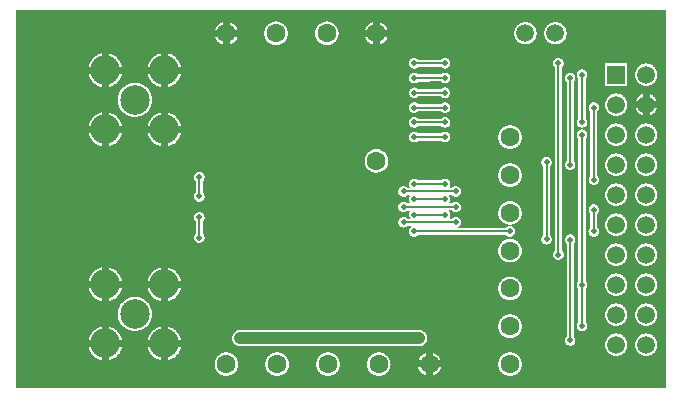
<source format=gbl>
%FSAX43Y43*%
%MOMM*%
G71*
G01*
G75*
G04 Layer_Physical_Order=4*
G04 Layer_Color=16711680*
%ADD10R,0.650X0.650*%
%ADD11C,1.000*%
%ADD12R,0.650X0.650*%
%ADD13R,0.900X0.900*%
%ADD14R,1.200X1.000*%
G04:AMPARAMS|DCode=15|XSize=3.4mm|YSize=3.4mm|CornerRadius=0.085mm|HoleSize=0mm|Usage=FLASHONLY|Rotation=90.000|XOffset=0mm|YOffset=0mm|HoleType=Round|Shape=RoundedRectangle|*
%AMROUNDEDRECTD15*
21,1,3.400,3.230,0,0,90.0*
21,1,3.230,3.400,0,0,90.0*
1,1,0.170,1.615,1.615*
1,1,0.170,1.615,-1.615*
1,1,0.170,-1.615,-1.615*
1,1,0.170,-1.615,1.615*
%
%ADD15ROUNDEDRECTD15*%
%ADD16O,0.800X0.350*%
%ADD17O,0.350X0.800*%
%ADD18C,0.200*%
%ADD19C,0.400*%
%ADD20C,0.254*%
%ADD21C,0.800*%
%ADD22C,1.000*%
%ADD23C,0.350*%
%ADD24C,0.650*%
%ADD25C,0.500*%
%ADD26C,1.100*%
%ADD27C,1.600*%
%ADD28C,1.500*%
%ADD29C,2.500*%
%ADD30R,1.500X1.500*%
%ADD31C,0.500*%
G36*
X0106299Y0076701D02*
X0051301D01*
Y0085050D01*
X0051301D01*
Y0085050D01*
X0051301D01*
Y0085050D01*
Y0085050D01*
X0051301D01*
X0051301Y0085050D01*
Y0100350D01*
X0051301D01*
Y0100350D01*
X0051301D01*
Y0100350D01*
Y0100350D01*
X0051301D01*
X0051301Y0100350D01*
Y0108699D01*
X0106299D01*
Y0076701D01*
D02*
G37*
%LPC*%
G36*
X0059140Y0086869D02*
Y0085750D01*
X0060259D01*
X0060258Y0085758D01*
X0060232Y0085859D01*
X0060199Y0085957D01*
X0060160Y0086053D01*
X0060113Y0086145D01*
X0060061Y0086234D01*
X0060002Y0086320D01*
X0059937Y0086400D01*
X0059866Y0086476D01*
X0059790Y0086547D01*
X0059709Y0086612D01*
X0059624Y0086671D01*
X0059535Y0086723D01*
X0059443Y0086770D01*
X0059347Y0086809D01*
X0059249Y0086842D01*
X0059148Y0086868D01*
X0059140Y0086869D01*
D02*
G37*
G36*
X0058540D02*
X0058532Y0086868D01*
X0058431Y0086842D01*
X0058333Y0086809D01*
X0058237Y0086770D01*
X0058145Y0086723D01*
X0058056Y0086671D01*
X0057970Y0086612D01*
X0057890Y0086547D01*
X0057814Y0086476D01*
X0057743Y0086400D01*
X0057678Y0086320D01*
X0057619Y0086234D01*
X0057567Y0086145D01*
X0057520Y0086053D01*
X0057481Y0085957D01*
X0057448Y0085859D01*
X0057422Y0085758D01*
X0057421Y0085750D01*
X0058540D01*
Y0086869D01*
D02*
G37*
G36*
X0104640Y0086371D02*
X0104557Y0086367D01*
X0104475Y0086356D01*
X0104394Y0086339D01*
X0104315Y0086314D01*
X0104238Y0086282D01*
X0104165Y0086244D01*
X0104095Y0086199D01*
X0104029Y0086148D01*
X0103968Y0086092D01*
X0103912Y0086031D01*
X0103861Y0085965D01*
X0103816Y0085895D01*
X0103778Y0085822D01*
X0103746Y0085745D01*
X0103721Y0085666D01*
X0103704Y0085585D01*
X0103693Y0085503D01*
X0103689Y0085420D01*
X0103693Y0085337D01*
X0103704Y0085255D01*
X0103721Y0085174D01*
X0103746Y0085095D01*
X0103778Y0085018D01*
X0103816Y0084945D01*
X0103861Y0084875D01*
X0103912Y0084809D01*
X0103968Y0084748D01*
X0104029Y0084692D01*
X0104095Y0084641D01*
X0104165Y0084596D01*
X0104238Y0084558D01*
X0104315Y0084526D01*
X0104394Y0084502D01*
X0104475Y0084484D01*
X0104557Y0084473D01*
X0104640Y0084469D01*
X0104723Y0084473D01*
X0104805Y0084484D01*
X0104886Y0084502D01*
X0104965Y0084526D01*
X0105042Y0084558D01*
X0105115Y0084596D01*
X0105185Y0084641D01*
X0105251Y0084692D01*
X0105312Y0084748D01*
X0105368Y0084809D01*
X0105419Y0084875D01*
X0105464Y0084945D01*
X0105502Y0085018D01*
X0105534Y0085095D01*
X0105559Y0085174D01*
X0105576Y0085255D01*
X0105587Y0085337D01*
X0105591Y0085420D01*
X0105587Y0085503D01*
X0105576Y0085585D01*
X0105559Y0085666D01*
X0105534Y0085745D01*
X0105502Y0085822D01*
X0105464Y0085895D01*
X0105419Y0085965D01*
X0105368Y0086031D01*
X0105312Y0086092D01*
X0105251Y0086148D01*
X0105185Y0086199D01*
X0105115Y0086244D01*
X0105042Y0086282D01*
X0104965Y0086314D01*
X0104886Y0086339D01*
X0104805Y0086356D01*
X0104723Y0086367D01*
X0104640Y0086371D01*
D02*
G37*
G36*
X0102100Y0088911D02*
X0102017Y0088907D01*
X0101935Y0088896D01*
X0101854Y0088879D01*
X0101775Y0088854D01*
X0101698Y0088822D01*
X0101625Y0088784D01*
X0101555Y0088739D01*
X0101489Y0088688D01*
X0101428Y0088632D01*
X0101372Y0088571D01*
X0101321Y0088505D01*
X0101276Y0088435D01*
X0101238Y0088362D01*
X0101206Y0088285D01*
X0101182Y0088206D01*
X0101164Y0088125D01*
X0101153Y0088043D01*
X0101149Y0087960D01*
X0101153Y0087877D01*
X0101164Y0087795D01*
X0101182Y0087714D01*
X0101206Y0087635D01*
X0101238Y0087558D01*
X0101276Y0087485D01*
X0101321Y0087415D01*
X0101372Y0087349D01*
X0101428Y0087288D01*
X0101489Y0087232D01*
X0101555Y0087181D01*
X0101625Y0087136D01*
X0101698Y0087098D01*
X0101775Y0087066D01*
X0101854Y0087041D01*
X0101935Y0087024D01*
X0102017Y0087013D01*
X0102100Y0087009D01*
X0102183Y0087013D01*
X0102265Y0087024D01*
X0102346Y0087041D01*
X0102425Y0087066D01*
X0102502Y0087098D01*
X0102575Y0087136D01*
X0102645Y0087181D01*
X0102711Y0087232D01*
X0102772Y0087288D01*
X0102828Y0087349D01*
X0102879Y0087415D01*
X0102924Y0087485D01*
X0102962Y0087558D01*
X0102994Y0087635D01*
X0103019Y0087714D01*
X0103036Y0087795D01*
X0103047Y0087877D01*
X0103051Y0087960D01*
X0103047Y0088043D01*
X0103036Y0088125D01*
X0103019Y0088206D01*
X0102994Y0088285D01*
X0102962Y0088362D01*
X0102924Y0088435D01*
X0102879Y0088505D01*
X0102828Y0088571D01*
X0102772Y0088632D01*
X0102711Y0088688D01*
X0102645Y0088739D01*
X0102575Y0088784D01*
X0102502Y0088822D01*
X0102425Y0088854D01*
X0102346Y0088879D01*
X0102265Y0088896D01*
X0102183Y0088907D01*
X0102100Y0088911D01*
D02*
G37*
G36*
X0064140Y0086869D02*
Y0085750D01*
X0065259D01*
X0065258Y0085758D01*
X0065232Y0085859D01*
X0065199Y0085957D01*
X0065160Y0086053D01*
X0065113Y0086145D01*
X0065061Y0086234D01*
X0065002Y0086320D01*
X0064937Y0086400D01*
X0064866Y0086476D01*
X0064790Y0086547D01*
X0064710Y0086612D01*
X0064624Y0086671D01*
X0064535Y0086723D01*
X0064443Y0086770D01*
X0064347Y0086809D01*
X0064249Y0086842D01*
X0064148Y0086868D01*
X0064140Y0086869D01*
D02*
G37*
G36*
X0063540D02*
X0063532Y0086868D01*
X0063431Y0086842D01*
X0063333Y0086809D01*
X0063237Y0086770D01*
X0063145Y0086723D01*
X0063056Y0086671D01*
X0062970Y0086612D01*
X0062890Y0086547D01*
X0062814Y0086476D01*
X0062743Y0086400D01*
X0062678Y0086320D01*
X0062619Y0086234D01*
X0062567Y0086145D01*
X0062520Y0086053D01*
X0062481Y0085957D01*
X0062448Y0085859D01*
X0062422Y0085758D01*
X0062421Y0085750D01*
X0063540D01*
Y0086869D01*
D02*
G37*
G36*
Y0085150D02*
X0062421D01*
X0062422Y0085142D01*
X0062448Y0085041D01*
X0062481Y0084943D01*
X0062520Y0084847D01*
X0062567Y0084755D01*
X0062619Y0084666D01*
X0062678Y0084580D01*
X0062743Y0084500D01*
X0062814Y0084424D01*
X0062890Y0084353D01*
X0062970Y0084288D01*
X0063056Y0084229D01*
X0063145Y0084177D01*
X0063237Y0084130D01*
X0063333Y0084091D01*
X0063431Y0084058D01*
X0063532Y0084032D01*
X0063540Y0084031D01*
Y0085150D01*
D02*
G37*
G36*
X0060259D02*
X0059140D01*
Y0084031D01*
X0059148Y0084032D01*
X0059249Y0084058D01*
X0059347Y0084091D01*
X0059443Y0084130D01*
X0059535Y0084177D01*
X0059624Y0084229D01*
X0059709Y0084288D01*
X0059790Y0084353D01*
X0059866Y0084424D01*
X0059937Y0084500D01*
X0060002Y0084580D01*
X0060061Y0084666D01*
X0060113Y0084755D01*
X0060160Y0084847D01*
X0060199Y0084943D01*
X0060232Y0085041D01*
X0060258Y0085142D01*
X0060259Y0085150D01*
D02*
G37*
G36*
X0058540D02*
X0057421D01*
X0057422Y0085142D01*
X0057448Y0085041D01*
X0057481Y0084943D01*
X0057520Y0084847D01*
X0057567Y0084755D01*
X0057619Y0084666D01*
X0057678Y0084580D01*
X0057743Y0084500D01*
X0057814Y0084424D01*
X0057890Y0084353D01*
X0057970Y0084288D01*
X0058056Y0084229D01*
X0058145Y0084177D01*
X0058237Y0084130D01*
X0058333Y0084091D01*
X0058431Y0084058D01*
X0058532Y0084032D01*
X0058540Y0084031D01*
Y0085150D01*
D02*
G37*
G36*
X0102100Y0086371D02*
X0102017Y0086367D01*
X0101935Y0086356D01*
X0101854Y0086339D01*
X0101775Y0086314D01*
X0101698Y0086282D01*
X0101625Y0086244D01*
X0101555Y0086199D01*
X0101489Y0086148D01*
X0101428Y0086092D01*
X0101372Y0086031D01*
X0101321Y0085965D01*
X0101276Y0085895D01*
X0101238Y0085822D01*
X0101206Y0085745D01*
X0101182Y0085666D01*
X0101164Y0085585D01*
X0101153Y0085503D01*
X0101149Y0085420D01*
X0101153Y0085337D01*
X0101164Y0085255D01*
X0101182Y0085174D01*
X0101206Y0085095D01*
X0101238Y0085018D01*
X0101276Y0084945D01*
X0101321Y0084875D01*
X0101372Y0084809D01*
X0101428Y0084748D01*
X0101489Y0084692D01*
X0101555Y0084641D01*
X0101625Y0084596D01*
X0101698Y0084558D01*
X0101775Y0084526D01*
X0101854Y0084502D01*
X0101935Y0084484D01*
X0102017Y0084473D01*
X0102100Y0084469D01*
X0102183Y0084473D01*
X0102265Y0084484D01*
X0102346Y0084502D01*
X0102425Y0084526D01*
X0102502Y0084558D01*
X0102575Y0084596D01*
X0102645Y0084641D01*
X0102711Y0084692D01*
X0102772Y0084748D01*
X0102828Y0084809D01*
X0102879Y0084875D01*
X0102924Y0084945D01*
X0102962Y0085018D01*
X0102994Y0085095D01*
X0103019Y0085174D01*
X0103036Y0085255D01*
X0103047Y0085337D01*
X0103051Y0085420D01*
X0103047Y0085503D01*
X0103036Y0085585D01*
X0103019Y0085666D01*
X0102994Y0085745D01*
X0102962Y0085822D01*
X0102924Y0085895D01*
X0102879Y0085965D01*
X0102828Y0086031D01*
X0102772Y0086092D01*
X0102711Y0086148D01*
X0102645Y0086199D01*
X0102575Y0086244D01*
X0102502Y0086282D01*
X0102425Y0086314D01*
X0102346Y0086339D01*
X0102265Y0086356D01*
X0102183Y0086367D01*
X0102100Y0086371D01*
D02*
G37*
G36*
X0093100Y0086101D02*
X0093013Y0086097D01*
X0092926Y0086086D01*
X0092841Y0086067D01*
X0092758Y0086041D01*
X0092677Y0086007D01*
X0092600Y0085967D01*
X0092526Y0085920D01*
X0092457Y0085867D01*
X0092392Y0085808D01*
X0092333Y0085743D01*
X0092280Y0085674D01*
X0092233Y0085600D01*
X0092193Y0085523D01*
X0092159Y0085442D01*
X0092133Y0085359D01*
X0092114Y0085274D01*
X0092103Y0085187D01*
X0092099Y0085100D01*
X0092103Y0085013D01*
X0092114Y0084926D01*
X0092133Y0084841D01*
X0092159Y0084758D01*
X0092193Y0084677D01*
X0092233Y0084600D01*
X0092280Y0084526D01*
X0092333Y0084457D01*
X0092392Y0084392D01*
X0092457Y0084333D01*
X0092526Y0084280D01*
X0092600Y0084233D01*
X0092677Y0084193D01*
X0092758Y0084159D01*
X0092841Y0084133D01*
X0092926Y0084114D01*
X0093013Y0084103D01*
X0093100Y0084099D01*
X0093187Y0084103D01*
X0093274Y0084114D01*
X0093359Y0084133D01*
X0093442Y0084159D01*
X0093523Y0084193D01*
X0093600Y0084233D01*
X0093674Y0084280D01*
X0093743Y0084333D01*
X0093808Y0084392D01*
X0093867Y0084457D01*
X0093920Y0084526D01*
X0093967Y0084600D01*
X0094007Y0084677D01*
X0094041Y0084758D01*
X0094067Y0084841D01*
X0094086Y0084926D01*
X0094097Y0085013D01*
X0094101Y0085100D01*
X0094097Y0085187D01*
X0094086Y0085274D01*
X0094067Y0085359D01*
X0094041Y0085442D01*
X0094007Y0085523D01*
X0093967Y0085600D01*
X0093920Y0085674D01*
X0093867Y0085743D01*
X0093808Y0085808D01*
X0093743Y0085867D01*
X0093674Y0085920D01*
X0093600Y0085967D01*
X0093523Y0086007D01*
X0093442Y0086041D01*
X0093359Y0086067D01*
X0093274Y0086086D01*
X0093187Y0086097D01*
X0093100Y0086101D01*
D02*
G37*
G36*
X0065259Y0085150D02*
X0064140D01*
Y0084031D01*
X0064148Y0084032D01*
X0064249Y0084058D01*
X0064347Y0084091D01*
X0064443Y0084130D01*
X0064535Y0084177D01*
X0064624Y0084229D01*
X0064710Y0084288D01*
X0064790Y0084353D01*
X0064866Y0084424D01*
X0064937Y0084500D01*
X0065002Y0084580D01*
X0065061Y0084666D01*
X0065113Y0084755D01*
X0065160Y0084847D01*
X0065199Y0084943D01*
X0065232Y0085041D01*
X0065258Y0085142D01*
X0065259Y0085150D01*
D02*
G37*
G36*
X0104640Y0088911D02*
X0104557Y0088907D01*
X0104475Y0088896D01*
X0104394Y0088879D01*
X0104315Y0088854D01*
X0104238Y0088822D01*
X0104165Y0088784D01*
X0104095Y0088739D01*
X0104029Y0088688D01*
X0103968Y0088632D01*
X0103912Y0088571D01*
X0103861Y0088505D01*
X0103816Y0088435D01*
X0103778Y0088362D01*
X0103746Y0088285D01*
X0103721Y0088206D01*
X0103704Y0088125D01*
X0103693Y0088043D01*
X0103689Y0087960D01*
X0103693Y0087877D01*
X0103704Y0087795D01*
X0103721Y0087714D01*
X0103746Y0087635D01*
X0103778Y0087558D01*
X0103816Y0087485D01*
X0103861Y0087415D01*
X0103912Y0087349D01*
X0103968Y0087288D01*
X0104029Y0087232D01*
X0104095Y0087181D01*
X0104165Y0087136D01*
X0104238Y0087098D01*
X0104315Y0087066D01*
X0104394Y0087041D01*
X0104475Y0087024D01*
X0104557Y0087013D01*
X0104640Y0087009D01*
X0104723Y0087013D01*
X0104805Y0087024D01*
X0104886Y0087041D01*
X0104965Y0087066D01*
X0105042Y0087098D01*
X0105115Y0087136D01*
X0105185Y0087181D01*
X0105251Y0087232D01*
X0105312Y0087288D01*
X0105368Y0087349D01*
X0105419Y0087415D01*
X0105464Y0087485D01*
X0105502Y0087558D01*
X0105534Y0087635D01*
X0105559Y0087714D01*
X0105576Y0087795D01*
X0105587Y0087877D01*
X0105591Y0087960D01*
X0105587Y0088043D01*
X0105576Y0088125D01*
X0105559Y0088206D01*
X0105534Y0088285D01*
X0105502Y0088362D01*
X0105464Y0088435D01*
X0105419Y0088505D01*
X0105368Y0088571D01*
X0105312Y0088632D01*
X0105251Y0088688D01*
X0105185Y0088739D01*
X0105115Y0088784D01*
X0105042Y0088822D01*
X0104965Y0088854D01*
X0104886Y0088879D01*
X0104805Y0088896D01*
X0104723Y0088907D01*
X0104640Y0088911D01*
D02*
G37*
G36*
X0102100Y0093991D02*
X0102017Y0093987D01*
X0101935Y0093976D01*
X0101854Y0093959D01*
X0101775Y0093934D01*
X0101698Y0093902D01*
X0101625Y0093864D01*
X0101555Y0093819D01*
X0101489Y0093768D01*
X0101428Y0093712D01*
X0101372Y0093651D01*
X0101321Y0093585D01*
X0101276Y0093515D01*
X0101238Y0093442D01*
X0101206Y0093365D01*
X0101182Y0093286D01*
X0101164Y0093205D01*
X0101153Y0093123D01*
X0101149Y0093040D01*
X0101153Y0092957D01*
X0101164Y0092875D01*
X0101182Y0092794D01*
X0101206Y0092715D01*
X0101238Y0092638D01*
X0101276Y0092565D01*
X0101321Y0092495D01*
X0101372Y0092429D01*
X0101428Y0092368D01*
X0101489Y0092312D01*
X0101555Y0092261D01*
X0101625Y0092216D01*
X0101698Y0092178D01*
X0101775Y0092146D01*
X0101854Y0092121D01*
X0101935Y0092104D01*
X0102017Y0092093D01*
X0102100Y0092089D01*
X0102183Y0092093D01*
X0102265Y0092104D01*
X0102346Y0092121D01*
X0102425Y0092146D01*
X0102502Y0092178D01*
X0102575Y0092216D01*
X0102645Y0092261D01*
X0102711Y0092312D01*
X0102772Y0092368D01*
X0102828Y0092429D01*
X0102879Y0092495D01*
X0102924Y0092565D01*
X0102962Y0092638D01*
X0102994Y0092715D01*
X0103019Y0092794D01*
X0103036Y0092875D01*
X0103047Y0092957D01*
X0103051Y0093040D01*
X0103047Y0093123D01*
X0103036Y0093205D01*
X0103019Y0093286D01*
X0102994Y0093365D01*
X0102962Y0093442D01*
X0102924Y0093515D01*
X0102879Y0093585D01*
X0102828Y0093651D01*
X0102772Y0093712D01*
X0102711Y0093768D01*
X0102645Y0093819D01*
X0102575Y0093864D01*
X0102502Y0093902D01*
X0102425Y0093934D01*
X0102346Y0093959D01*
X0102265Y0093976D01*
X0102183Y0093987D01*
X0102100Y0093991D01*
D02*
G37*
G36*
X0093100Y0092501D02*
X0093013Y0092497D01*
X0092926Y0092486D01*
X0092841Y0092467D01*
X0092758Y0092441D01*
X0092677Y0092407D01*
X0092600Y0092367D01*
X0092526Y0092320D01*
X0092457Y0092267D01*
X0092392Y0092208D01*
X0092333Y0092143D01*
X0092280Y0092074D01*
X0092233Y0092000D01*
X0092193Y0091923D01*
X0092159Y0091842D01*
X0092133Y0091759D01*
X0092114Y0091674D01*
X0092103Y0091587D01*
X0092099Y0091500D01*
X0092103Y0091413D01*
X0092114Y0091326D01*
X0092133Y0091241D01*
X0092159Y0091158D01*
X0092193Y0091077D01*
X0092233Y0091000D01*
X0092280Y0090926D01*
X0092333Y0090857D01*
X0092392Y0090792D01*
X0092457Y0090733D01*
X0092526Y0090680D01*
X0092600Y0090633D01*
X0092677Y0090593D01*
X0092758Y0090559D01*
X0092841Y0090533D01*
X0092926Y0090514D01*
X0093013Y0090503D01*
X0093100Y0090499D01*
X0093187Y0090503D01*
X0093274Y0090514D01*
X0093359Y0090533D01*
X0093442Y0090559D01*
X0093523Y0090593D01*
X0093600Y0090633D01*
X0093674Y0090680D01*
X0093743Y0090733D01*
X0093808Y0090792D01*
X0093867Y0090857D01*
X0093920Y0090926D01*
X0093967Y0091000D01*
X0094007Y0091077D01*
X0094041Y0091158D01*
X0094067Y0091241D01*
X0094086Y0091326D01*
X0094097Y0091413D01*
X0094101Y0091500D01*
X0094097Y0091587D01*
X0094086Y0091674D01*
X0094067Y0091759D01*
X0094041Y0091842D01*
X0094007Y0091923D01*
X0093967Y0092000D01*
X0093920Y0092074D01*
X0093867Y0092143D01*
X0093808Y0092208D01*
X0093743Y0092267D01*
X0093674Y0092320D01*
X0093600Y0092367D01*
X0093523Y0092407D01*
X0093442Y0092441D01*
X0093359Y0092467D01*
X0093274Y0092486D01*
X0093187Y0092497D01*
X0093100Y0092501D01*
D02*
G37*
G36*
X0104640Y0091451D02*
X0104557Y0091447D01*
X0104475Y0091436D01*
X0104394Y0091419D01*
X0104315Y0091394D01*
X0104238Y0091362D01*
X0104165Y0091324D01*
X0104095Y0091279D01*
X0104029Y0091228D01*
X0103968Y0091172D01*
X0103912Y0091111D01*
X0103861Y0091045D01*
X0103816Y0090975D01*
X0103778Y0090902D01*
X0103746Y0090825D01*
X0103721Y0090746D01*
X0103704Y0090665D01*
X0103693Y0090583D01*
X0103689Y0090500D01*
X0103693Y0090417D01*
X0103704Y0090335D01*
X0103721Y0090254D01*
X0103746Y0090175D01*
X0103778Y0090098D01*
X0103816Y0090025D01*
X0103861Y0089955D01*
X0103912Y0089889D01*
X0103968Y0089828D01*
X0104029Y0089772D01*
X0104095Y0089721D01*
X0104165Y0089676D01*
X0104238Y0089638D01*
X0104315Y0089606D01*
X0104394Y0089581D01*
X0104475Y0089564D01*
X0104557Y0089553D01*
X0104640Y0089549D01*
X0104723Y0089553D01*
X0104805Y0089564D01*
X0104886Y0089581D01*
X0104965Y0089606D01*
X0105042Y0089638D01*
X0105115Y0089676D01*
X0105185Y0089721D01*
X0105251Y0089772D01*
X0105312Y0089828D01*
X0105368Y0089889D01*
X0105419Y0089955D01*
X0105464Y0090025D01*
X0105502Y0090098D01*
X0105534Y0090175D01*
X0105559Y0090254D01*
X0105576Y0090335D01*
X0105587Y0090417D01*
X0105591Y0090500D01*
X0105587Y0090583D01*
X0105576Y0090665D01*
X0105559Y0090746D01*
X0105534Y0090825D01*
X0105502Y0090902D01*
X0105464Y0090975D01*
X0105419Y0091045D01*
X0105368Y0091111D01*
X0105312Y0091172D01*
X0105251Y0091228D01*
X0105185Y0091279D01*
X0105115Y0091324D01*
X0105042Y0091362D01*
X0104965Y0091394D01*
X0104886Y0091419D01*
X0104805Y0091436D01*
X0104723Y0091447D01*
X0104640Y0091451D01*
D02*
G37*
G36*
X0093100Y0095701D02*
X0093013Y0095697D01*
X0092926Y0095686D01*
X0092841Y0095667D01*
X0092758Y0095641D01*
X0092677Y0095607D01*
X0092600Y0095567D01*
X0092526Y0095520D01*
X0092457Y0095467D01*
X0092392Y0095408D01*
X0092333Y0095343D01*
X0092280Y0095274D01*
X0092233Y0095200D01*
X0092193Y0095123D01*
X0092159Y0095042D01*
X0092133Y0094959D01*
X0092114Y0094874D01*
X0092103Y0094787D01*
X0092099Y0094700D01*
X0092103Y0094613D01*
X0092114Y0094526D01*
X0092133Y0094441D01*
X0092159Y0094358D01*
X0092193Y0094277D01*
X0092233Y0094200D01*
X0092280Y0094126D01*
X0092333Y0094057D01*
X0092392Y0093992D01*
X0092457Y0093933D01*
X0092526Y0093880D01*
X0092600Y0093833D01*
X0092677Y0093793D01*
X0092758Y0093759D01*
X0092841Y0093733D01*
X0092926Y0093714D01*
X0093013Y0093703D01*
X0093100Y0093699D01*
X0093187Y0093703D01*
X0093274Y0093714D01*
X0093359Y0093733D01*
X0093442Y0093759D01*
X0093523Y0093793D01*
X0093600Y0093833D01*
X0093674Y0093880D01*
X0093743Y0093933D01*
X0093808Y0093992D01*
X0093867Y0094057D01*
X0093920Y0094126D01*
X0093967Y0094200D01*
X0094007Y0094277D01*
X0094041Y0094358D01*
X0094067Y0094441D01*
X0094086Y0094526D01*
X0094097Y0094613D01*
X0094101Y0094700D01*
X0094097Y0094787D01*
X0094086Y0094874D01*
X0094067Y0094959D01*
X0094041Y0095042D01*
X0094007Y0095123D01*
X0093967Y0095200D01*
X0093920Y0095274D01*
X0093867Y0095343D01*
X0093808Y0095408D01*
X0093743Y0095467D01*
X0093674Y0095520D01*
X0093600Y0095567D01*
X0093523Y0095607D01*
X0093442Y0095641D01*
X0093359Y0095667D01*
X0093274Y0095686D01*
X0093187Y0095697D01*
X0093100Y0095701D01*
D02*
G37*
G36*
X0066800Y0094971D02*
X0066741Y0094967D01*
X0066683Y0094956D01*
X0066627Y0094937D01*
X0066575Y0094911D01*
X0066525Y0094878D01*
X0066481Y0094839D01*
X0066442Y0094795D01*
X0066409Y0094745D01*
X0066383Y0094693D01*
X0066364Y0094637D01*
X0066353Y0094579D01*
X0066349Y0094520D01*
X0066353Y0094461D01*
X0066364Y0094403D01*
X0066383Y0094347D01*
X0066409Y0094295D01*
X0066442Y0094245D01*
X0066481Y0094201D01*
X0066499Y0094185D01*
Y0093215D01*
X0066481Y0093199D01*
X0066442Y0093155D01*
X0066409Y0093105D01*
X0066383Y0093053D01*
X0066364Y0092997D01*
X0066353Y0092939D01*
X0066349Y0092880D01*
X0066353Y0092821D01*
X0066364Y0092763D01*
X0066383Y0092707D01*
X0066409Y0092655D01*
X0066442Y0092605D01*
X0066481Y0092561D01*
X0066525Y0092522D01*
X0066575Y0092489D01*
X0066627Y0092463D01*
X0066683Y0092444D01*
X0066741Y0092433D01*
X0066800Y0092429D01*
X0066859Y0092433D01*
X0066917Y0092444D01*
X0066973Y0092463D01*
X0067025Y0092489D01*
X0067075Y0092522D01*
X0067119Y0092561D01*
X0067158Y0092605D01*
X0067191Y0092655D01*
X0067217Y0092707D01*
X0067236Y0092763D01*
X0067247Y0092821D01*
X0067251Y0092880D01*
X0067247Y0092939D01*
X0067236Y0092997D01*
X0067217Y0093053D01*
X0067191Y0093105D01*
X0067158Y0093155D01*
X0067119Y0093199D01*
X0067101Y0093215D01*
Y0094185D01*
X0067119Y0094201D01*
X0067158Y0094245D01*
X0067191Y0094295D01*
X0067217Y0094347D01*
X0067236Y0094403D01*
X0067247Y0094461D01*
X0067251Y0094520D01*
X0067247Y0094579D01*
X0067236Y0094637D01*
X0067217Y0094693D01*
X0067191Y0094745D01*
X0067158Y0094795D01*
X0067119Y0094839D01*
X0067075Y0094878D01*
X0067025Y0094911D01*
X0066973Y0094937D01*
X0066917Y0094956D01*
X0066859Y0094967D01*
X0066800Y0094971D01*
D02*
G37*
G36*
X0104640Y0093991D02*
X0104557Y0093987D01*
X0104475Y0093976D01*
X0104394Y0093959D01*
X0104315Y0093934D01*
X0104238Y0093902D01*
X0104165Y0093864D01*
X0104095Y0093819D01*
X0104029Y0093768D01*
X0103968Y0093712D01*
X0103912Y0093651D01*
X0103861Y0093585D01*
X0103816Y0093515D01*
X0103778Y0093442D01*
X0103746Y0093365D01*
X0103721Y0093286D01*
X0103704Y0093205D01*
X0103693Y0093123D01*
X0103689Y0093040D01*
X0103693Y0092957D01*
X0103704Y0092875D01*
X0103721Y0092794D01*
X0103746Y0092715D01*
X0103778Y0092638D01*
X0103816Y0092565D01*
X0103861Y0092495D01*
X0103912Y0092429D01*
X0103968Y0092368D01*
X0104029Y0092312D01*
X0104095Y0092261D01*
X0104165Y0092216D01*
X0104238Y0092178D01*
X0104315Y0092146D01*
X0104394Y0092121D01*
X0104475Y0092104D01*
X0104557Y0092093D01*
X0104640Y0092089D01*
X0104723Y0092093D01*
X0104805Y0092104D01*
X0104886Y0092121D01*
X0104965Y0092146D01*
X0105042Y0092178D01*
X0105115Y0092216D01*
X0105185Y0092261D01*
X0105251Y0092312D01*
X0105312Y0092368D01*
X0105368Y0092429D01*
X0105419Y0092495D01*
X0105464Y0092565D01*
X0105502Y0092638D01*
X0105534Y0092715D01*
X0105559Y0092794D01*
X0105576Y0092875D01*
X0105587Y0092957D01*
X0105591Y0093040D01*
X0105587Y0093123D01*
X0105576Y0093205D01*
X0105559Y0093286D01*
X0105534Y0093365D01*
X0105502Y0093442D01*
X0105464Y0093515D01*
X0105419Y0093585D01*
X0105368Y0093651D01*
X0105312Y0093712D01*
X0105251Y0093768D01*
X0105185Y0093819D01*
X0105115Y0093864D01*
X0105042Y0093902D01*
X0104965Y0093934D01*
X0104886Y0093959D01*
X0104805Y0093976D01*
X0104723Y0093987D01*
X0104640Y0093991D01*
D02*
G37*
G36*
X0096200Y0096251D02*
X0096141Y0096247D01*
X0096083Y0096236D01*
X0096027Y0096217D01*
X0095975Y0096191D01*
X0095925Y0096158D01*
X0095881Y0096119D01*
X0095842Y0096075D01*
X0095809Y0096025D01*
X0095783Y0095973D01*
X0095764Y0095917D01*
X0095753Y0095859D01*
X0095749Y0095800D01*
X0095753Y0095741D01*
X0095764Y0095683D01*
X0095783Y0095627D01*
X0095809Y0095575D01*
X0095842Y0095525D01*
X0095881Y0095481D01*
X0095899Y0095465D01*
Y0089595D01*
X0095881Y0089579D01*
X0095842Y0089535D01*
X0095809Y0089485D01*
X0095783Y0089433D01*
X0095764Y0089377D01*
X0095753Y0089319D01*
X0095749Y0089260D01*
X0095753Y0089201D01*
X0095764Y0089143D01*
X0095783Y0089087D01*
X0095809Y0089035D01*
X0095842Y0088985D01*
X0095881Y0088941D01*
X0095925Y0088902D01*
X0095975Y0088869D01*
X0096027Y0088843D01*
X0096083Y0088824D01*
X0096141Y0088813D01*
X0096200Y0088809D01*
X0096259Y0088813D01*
X0096317Y0088824D01*
X0096373Y0088843D01*
X0096425Y0088869D01*
X0096475Y0088902D01*
X0096519Y0088941D01*
X0096558Y0088985D01*
X0096591Y0089035D01*
X0096617Y0089087D01*
X0096636Y0089143D01*
X0096647Y0089201D01*
X0096651Y0089260D01*
X0096647Y0089319D01*
X0096636Y0089377D01*
X0096617Y0089433D01*
X0096591Y0089485D01*
X0096558Y0089535D01*
X0096519Y0089579D01*
X0096501Y0089595D01*
Y0095465D01*
X0096519Y0095481D01*
X0096558Y0095525D01*
X0096591Y0095575D01*
X0096617Y0095627D01*
X0096636Y0095683D01*
X0096647Y0095741D01*
X0096651Y0095800D01*
X0096647Y0095859D01*
X0096636Y0095917D01*
X0096617Y0095973D01*
X0096591Y0096025D01*
X0096558Y0096075D01*
X0096519Y0096119D01*
X0096475Y0096158D01*
X0096425Y0096191D01*
X0096373Y0096217D01*
X0096317Y0096236D01*
X0096259Y0096247D01*
X0096200Y0096251D01*
D02*
G37*
G36*
X0097200Y0104611D02*
X0097141Y0104607D01*
X0097083Y0104596D01*
X0097027Y0104577D01*
X0096975Y0104551D01*
X0096925Y0104518D01*
X0096881Y0104479D01*
X0096842Y0104435D01*
X0096809Y0104385D01*
X0096783Y0104333D01*
X0096764Y0104277D01*
X0096753Y0104219D01*
X0096749Y0104160D01*
X0096753Y0104101D01*
X0096764Y0104043D01*
X0096783Y0103987D01*
X0096809Y0103935D01*
X0096842Y0103885D01*
X0096881Y0103841D01*
X0096899Y0103825D01*
Y0088295D01*
X0096881Y0088279D01*
X0096842Y0088235D01*
X0096809Y0088185D01*
X0096783Y0088133D01*
X0096764Y0088077D01*
X0096753Y0088019D01*
X0096749Y0087960D01*
X0096753Y0087901D01*
X0096764Y0087843D01*
X0096783Y0087787D01*
X0096809Y0087735D01*
X0096842Y0087685D01*
X0096881Y0087641D01*
X0096925Y0087602D01*
X0096975Y0087569D01*
X0097027Y0087543D01*
X0097083Y0087524D01*
X0097141Y0087513D01*
X0097200Y0087509D01*
X0097259Y0087513D01*
X0097317Y0087524D01*
X0097373Y0087543D01*
X0097425Y0087569D01*
X0097475Y0087602D01*
X0097519Y0087641D01*
X0097558Y0087685D01*
X0097591Y0087735D01*
X0097617Y0087787D01*
X0097636Y0087843D01*
X0097647Y0087901D01*
X0097651Y0087960D01*
X0097647Y0088019D01*
X0097636Y0088077D01*
X0097617Y0088133D01*
X0097591Y0088185D01*
X0097558Y0088235D01*
X0097519Y0088279D01*
X0097501Y0088295D01*
Y0103825D01*
X0097519Y0103841D01*
X0097558Y0103885D01*
X0097591Y0103935D01*
X0097617Y0103987D01*
X0097636Y0104043D01*
X0097647Y0104101D01*
X0097651Y0104160D01*
X0097647Y0104219D01*
X0097636Y0104277D01*
X0097617Y0104333D01*
X0097591Y0104385D01*
X0097558Y0104435D01*
X0097519Y0104479D01*
X0097475Y0104518D01*
X0097425Y0104551D01*
X0097373Y0104577D01*
X0097317Y0104596D01*
X0097259Y0104607D01*
X0097200Y0104611D01*
D02*
G37*
G36*
X0093100Y0089301D02*
X0093013Y0089297D01*
X0092926Y0089286D01*
X0092841Y0089267D01*
X0092758Y0089241D01*
X0092677Y0089207D01*
X0092600Y0089167D01*
X0092526Y0089120D01*
X0092457Y0089067D01*
X0092392Y0089008D01*
X0092333Y0088943D01*
X0092280Y0088874D01*
X0092233Y0088800D01*
X0092193Y0088723D01*
X0092159Y0088642D01*
X0092133Y0088559D01*
X0092114Y0088474D01*
X0092103Y0088387D01*
X0092099Y0088300D01*
X0092103Y0088213D01*
X0092114Y0088126D01*
X0092133Y0088041D01*
X0092159Y0087958D01*
X0092193Y0087877D01*
X0092233Y0087800D01*
X0092280Y0087726D01*
X0092333Y0087657D01*
X0092392Y0087592D01*
X0092457Y0087533D01*
X0092526Y0087480D01*
X0092600Y0087433D01*
X0092677Y0087393D01*
X0092758Y0087359D01*
X0092841Y0087333D01*
X0092926Y0087314D01*
X0093013Y0087303D01*
X0093100Y0087299D01*
X0093187Y0087303D01*
X0093274Y0087314D01*
X0093359Y0087333D01*
X0093442Y0087359D01*
X0093523Y0087393D01*
X0093600Y0087433D01*
X0093674Y0087480D01*
X0093743Y0087533D01*
X0093808Y0087592D01*
X0093867Y0087657D01*
X0093920Y0087726D01*
X0093967Y0087800D01*
X0094007Y0087877D01*
X0094041Y0087958D01*
X0094067Y0088041D01*
X0094086Y0088126D01*
X0094097Y0088213D01*
X0094101Y0088300D01*
X0094097Y0088387D01*
X0094086Y0088474D01*
X0094067Y0088559D01*
X0094041Y0088642D01*
X0094007Y0088723D01*
X0093967Y0088800D01*
X0093920Y0088874D01*
X0093867Y0088943D01*
X0093808Y0089008D01*
X0093743Y0089067D01*
X0093674Y0089120D01*
X0093600Y0089167D01*
X0093523Y0089207D01*
X0093442Y0089241D01*
X0093359Y0089267D01*
X0093274Y0089286D01*
X0093187Y0089297D01*
X0093100Y0089301D01*
D02*
G37*
G36*
X0102100Y0091451D02*
X0102017Y0091447D01*
X0101935Y0091436D01*
X0101854Y0091419D01*
X0101775Y0091394D01*
X0101698Y0091362D01*
X0101625Y0091324D01*
X0101555Y0091279D01*
X0101489Y0091228D01*
X0101428Y0091172D01*
X0101372Y0091111D01*
X0101321Y0091045D01*
X0101276Y0090975D01*
X0101238Y0090902D01*
X0101206Y0090825D01*
X0101182Y0090746D01*
X0101164Y0090665D01*
X0101153Y0090583D01*
X0101149Y0090500D01*
X0101153Y0090417D01*
X0101164Y0090335D01*
X0101182Y0090254D01*
X0101206Y0090175D01*
X0101238Y0090098D01*
X0101276Y0090025D01*
X0101321Y0089955D01*
X0101372Y0089889D01*
X0101428Y0089828D01*
X0101489Y0089772D01*
X0101555Y0089721D01*
X0101625Y0089676D01*
X0101698Y0089638D01*
X0101775Y0089606D01*
X0101854Y0089581D01*
X0101935Y0089564D01*
X0102017Y0089553D01*
X0102100Y0089549D01*
X0102183Y0089553D01*
X0102265Y0089564D01*
X0102346Y0089581D01*
X0102425Y0089606D01*
X0102502Y0089638D01*
X0102575Y0089676D01*
X0102645Y0089721D01*
X0102711Y0089772D01*
X0102772Y0089828D01*
X0102828Y0089889D01*
X0102879Y0089955D01*
X0102924Y0090025D01*
X0102962Y0090098D01*
X0102994Y0090175D01*
X0103019Y0090254D01*
X0103036Y0090335D01*
X0103047Y0090417D01*
X0103051Y0090500D01*
X0103047Y0090583D01*
X0103036Y0090665D01*
X0103019Y0090746D01*
X0102994Y0090825D01*
X0102962Y0090902D01*
X0102924Y0090975D01*
X0102879Y0091045D01*
X0102828Y0091111D01*
X0102772Y0091172D01*
X0102711Y0091228D01*
X0102645Y0091279D01*
X0102575Y0091324D01*
X0102502Y0091362D01*
X0102425Y0091394D01*
X0102346Y0091419D01*
X0102265Y0091436D01*
X0102183Y0091447D01*
X0102100Y0091451D01*
D02*
G37*
G36*
X0100200Y0092221D02*
X0100141Y0092217D01*
X0100083Y0092206D01*
X0100027Y0092187D01*
X0099975Y0092161D01*
X0099925Y0092128D01*
X0099881Y0092089D01*
X0099842Y0092045D01*
X0099809Y0091995D01*
X0099783Y0091943D01*
X0099764Y0091887D01*
X0099753Y0091829D01*
X0099749Y0091770D01*
X0099753Y0091711D01*
X0099764Y0091653D01*
X0099783Y0091597D01*
X0099809Y0091545D01*
X0099842Y0091495D01*
X0099881Y0091451D01*
X0099899Y0091435D01*
Y0090255D01*
X0099881Y0090239D01*
X0099842Y0090195D01*
X0099809Y0090145D01*
X0099783Y0090093D01*
X0099764Y0090037D01*
X0099753Y0089979D01*
X0099749Y0089920D01*
X0099753Y0089861D01*
X0099764Y0089803D01*
X0099783Y0089747D01*
X0099809Y0089695D01*
X0099842Y0089645D01*
X0099881Y0089601D01*
X0099925Y0089562D01*
X0099975Y0089529D01*
X0100027Y0089503D01*
X0100083Y0089484D01*
X0100141Y0089473D01*
X0100200Y0089469D01*
X0100259Y0089473D01*
X0100317Y0089484D01*
X0100373Y0089503D01*
X0100425Y0089529D01*
X0100475Y0089562D01*
X0100519Y0089601D01*
X0100558Y0089645D01*
X0100591Y0089695D01*
X0100617Y0089747D01*
X0100636Y0089803D01*
X0100647Y0089861D01*
X0100651Y0089920D01*
X0100647Y0089979D01*
X0100636Y0090037D01*
X0100617Y0090093D01*
X0100591Y0090145D01*
X0100558Y0090195D01*
X0100519Y0090239D01*
X0100501Y0090255D01*
Y0091435D01*
X0100519Y0091451D01*
X0100558Y0091495D01*
X0100591Y0091545D01*
X0100617Y0091597D01*
X0100636Y0091653D01*
X0100647Y0091711D01*
X0100651Y0091770D01*
X0100647Y0091829D01*
X0100636Y0091887D01*
X0100617Y0091943D01*
X0100591Y0091995D01*
X0100558Y0092045D01*
X0100519Y0092089D01*
X0100475Y0092128D01*
X0100425Y0092161D01*
X0100373Y0092187D01*
X0100317Y0092206D01*
X0100259Y0092217D01*
X0100200Y0092221D01*
D02*
G37*
G36*
X0066800Y0091551D02*
X0066741Y0091547D01*
X0066683Y0091536D01*
X0066627Y0091517D01*
X0066575Y0091491D01*
X0066525Y0091458D01*
X0066481Y0091419D01*
X0066442Y0091375D01*
X0066409Y0091325D01*
X0066383Y0091273D01*
X0066364Y0091217D01*
X0066353Y0091159D01*
X0066349Y0091100D01*
X0066353Y0091041D01*
X0066364Y0090983D01*
X0066383Y0090927D01*
X0066409Y0090875D01*
X0066442Y0090825D01*
X0066481Y0090781D01*
X0066499Y0090765D01*
Y0089735D01*
X0066481Y0089719D01*
X0066442Y0089675D01*
X0066409Y0089625D01*
X0066383Y0089573D01*
X0066364Y0089517D01*
X0066353Y0089459D01*
X0066349Y0089400D01*
X0066353Y0089341D01*
X0066364Y0089283D01*
X0066383Y0089227D01*
X0066409Y0089175D01*
X0066442Y0089125D01*
X0066481Y0089081D01*
X0066525Y0089042D01*
X0066575Y0089009D01*
X0066627Y0088983D01*
X0066683Y0088964D01*
X0066741Y0088953D01*
X0066800Y0088949D01*
X0066859Y0088953D01*
X0066917Y0088964D01*
X0066973Y0088983D01*
X0067025Y0089009D01*
X0067075Y0089042D01*
X0067119Y0089081D01*
X0067158Y0089125D01*
X0067191Y0089175D01*
X0067217Y0089227D01*
X0067236Y0089283D01*
X0067247Y0089341D01*
X0067251Y0089400D01*
X0067247Y0089459D01*
X0067236Y0089517D01*
X0067217Y0089573D01*
X0067191Y0089625D01*
X0067158Y0089675D01*
X0067119Y0089719D01*
X0067101Y0089735D01*
Y0090765D01*
X0067119Y0090781D01*
X0067158Y0090825D01*
X0067191Y0090875D01*
X0067217Y0090927D01*
X0067236Y0090983D01*
X0067247Y0091041D01*
X0067251Y0091100D01*
X0067247Y0091159D01*
X0067236Y0091217D01*
X0067217Y0091273D01*
X0067191Y0091325D01*
X0067158Y0091375D01*
X0067119Y0091419D01*
X0067075Y0091458D01*
X0067025Y0091491D01*
X0066973Y0091517D01*
X0066917Y0091536D01*
X0066859Y0091547D01*
X0066800Y0091551D01*
D02*
G37*
G36*
X0104640Y0083831D02*
X0104557Y0083827D01*
X0104475Y0083816D01*
X0104394Y0083799D01*
X0104315Y0083774D01*
X0104238Y0083742D01*
X0104165Y0083704D01*
X0104095Y0083659D01*
X0104029Y0083608D01*
X0103968Y0083552D01*
X0103912Y0083491D01*
X0103861Y0083425D01*
X0103816Y0083355D01*
X0103778Y0083282D01*
X0103746Y0083205D01*
X0103721Y0083126D01*
X0103704Y0083045D01*
X0103693Y0082963D01*
X0103689Y0082880D01*
X0103693Y0082797D01*
X0103704Y0082715D01*
X0103721Y0082634D01*
X0103746Y0082555D01*
X0103778Y0082478D01*
X0103816Y0082405D01*
X0103861Y0082335D01*
X0103912Y0082269D01*
X0103968Y0082208D01*
X0104029Y0082152D01*
X0104095Y0082101D01*
X0104165Y0082056D01*
X0104238Y0082018D01*
X0104315Y0081986D01*
X0104394Y0081962D01*
X0104475Y0081944D01*
X0104557Y0081933D01*
X0104640Y0081929D01*
X0104723Y0081933D01*
X0104805Y0081944D01*
X0104886Y0081962D01*
X0104965Y0081986D01*
X0105042Y0082018D01*
X0105115Y0082056D01*
X0105185Y0082101D01*
X0105251Y0082152D01*
X0105312Y0082208D01*
X0105368Y0082269D01*
X0105419Y0082335D01*
X0105464Y0082405D01*
X0105502Y0082478D01*
X0105534Y0082555D01*
X0105559Y0082634D01*
X0105576Y0082715D01*
X0105587Y0082797D01*
X0105591Y0082880D01*
X0105587Y0082963D01*
X0105576Y0083045D01*
X0105559Y0083126D01*
X0105534Y0083205D01*
X0105502Y0083282D01*
X0105464Y0083355D01*
X0105419Y0083425D01*
X0105368Y0083491D01*
X0105312Y0083552D01*
X0105251Y0083608D01*
X0105185Y0083659D01*
X0105115Y0083704D01*
X0105042Y0083742D01*
X0104965Y0083774D01*
X0104886Y0083799D01*
X0104805Y0083816D01*
X0104723Y0083827D01*
X0104640Y0083831D01*
D02*
G37*
G36*
X0086590Y0079654D02*
Y0079000D01*
X0087244D01*
X0087231Y0079042D01*
X0087197Y0079123D01*
X0087157Y0079200D01*
X0087110Y0079274D01*
X0087057Y0079343D01*
X0086998Y0079408D01*
X0086933Y0079467D01*
X0086864Y0079520D01*
X0086790Y0079567D01*
X0086713Y0079607D01*
X0086632Y0079641D01*
X0086590Y0079654D01*
D02*
G37*
G36*
X0085990D02*
X0085948Y0079641D01*
X0085867Y0079607D01*
X0085790Y0079567D01*
X0085716Y0079520D01*
X0085647Y0079467D01*
X0085582Y0079408D01*
X0085523Y0079343D01*
X0085470Y0079274D01*
X0085423Y0079200D01*
X0085383Y0079123D01*
X0085349Y0079042D01*
X0085336Y0079000D01*
X0085990D01*
Y0079654D01*
D02*
G37*
G36*
X0087244Y0078400D02*
X0086590D01*
Y0077746D01*
X0086632Y0077759D01*
X0086713Y0077793D01*
X0086790Y0077833D01*
X0086864Y0077880D01*
X0086933Y0077933D01*
X0086998Y0077992D01*
X0087057Y0078057D01*
X0087110Y0078126D01*
X0087157Y0078200D01*
X0087197Y0078277D01*
X0087231Y0078358D01*
X0087244Y0078400D01*
D02*
G37*
G36*
X0063540Y0080150D02*
X0062421D01*
X0062422Y0080142D01*
X0062448Y0080041D01*
X0062481Y0079943D01*
X0062520Y0079847D01*
X0062567Y0079755D01*
X0062619Y0079666D01*
X0062678Y0079580D01*
X0062743Y0079500D01*
X0062814Y0079424D01*
X0062890Y0079353D01*
X0062970Y0079288D01*
X0063056Y0079229D01*
X0063145Y0079177D01*
X0063237Y0079130D01*
X0063333Y0079091D01*
X0063431Y0079058D01*
X0063532Y0079032D01*
X0063540Y0079031D01*
Y0080150D01*
D02*
G37*
G36*
X0060259D02*
X0059140D01*
Y0079031D01*
X0059148Y0079032D01*
X0059249Y0079058D01*
X0059347Y0079091D01*
X0059443Y0079130D01*
X0059535Y0079177D01*
X0059624Y0079229D01*
X0059709Y0079288D01*
X0059790Y0079353D01*
X0059866Y0079424D01*
X0059937Y0079500D01*
X0060002Y0079580D01*
X0060061Y0079666D01*
X0060113Y0079755D01*
X0060160Y0079847D01*
X0060199Y0079943D01*
X0060232Y0080041D01*
X0060258Y0080142D01*
X0060259Y0080150D01*
D02*
G37*
G36*
X0058540D02*
X0057421D01*
X0057422Y0080142D01*
X0057448Y0080041D01*
X0057481Y0079943D01*
X0057520Y0079847D01*
X0057567Y0079755D01*
X0057619Y0079666D01*
X0057678Y0079580D01*
X0057743Y0079500D01*
X0057814Y0079424D01*
X0057890Y0079353D01*
X0057970Y0079288D01*
X0058056Y0079229D01*
X0058145Y0079177D01*
X0058237Y0079130D01*
X0058333Y0079091D01*
X0058431Y0079058D01*
X0058532Y0079032D01*
X0058540Y0079031D01*
Y0080150D01*
D02*
G37*
G36*
X0077690Y0079701D02*
X0077603Y0079697D01*
X0077516Y0079686D01*
X0077431Y0079667D01*
X0077348Y0079641D01*
X0077267Y0079607D01*
X0077190Y0079567D01*
X0077116Y0079520D01*
X0077047Y0079467D01*
X0076982Y0079408D01*
X0076923Y0079343D01*
X0076870Y0079274D01*
X0076823Y0079200D01*
X0076783Y0079123D01*
X0076749Y0079042D01*
X0076723Y0078959D01*
X0076704Y0078874D01*
X0076693Y0078787D01*
X0076689Y0078700D01*
X0076693Y0078613D01*
X0076704Y0078526D01*
X0076723Y0078441D01*
X0076749Y0078358D01*
X0076783Y0078277D01*
X0076823Y0078200D01*
X0076870Y0078126D01*
X0076923Y0078057D01*
X0076982Y0077992D01*
X0077047Y0077933D01*
X0077116Y0077880D01*
X0077190Y0077833D01*
X0077267Y0077793D01*
X0077348Y0077759D01*
X0077431Y0077733D01*
X0077516Y0077714D01*
X0077603Y0077703D01*
X0077690Y0077699D01*
X0077777Y0077703D01*
X0077864Y0077714D01*
X0077949Y0077733D01*
X0078032Y0077759D01*
X0078113Y0077793D01*
X0078190Y0077833D01*
X0078264Y0077880D01*
X0078333Y0077933D01*
X0078398Y0077992D01*
X0078457Y0078057D01*
X0078510Y0078126D01*
X0078557Y0078200D01*
X0078597Y0078277D01*
X0078631Y0078358D01*
X0078657Y0078441D01*
X0078676Y0078526D01*
X0078687Y0078613D01*
X0078691Y0078700D01*
X0078687Y0078787D01*
X0078676Y0078874D01*
X0078657Y0078959D01*
X0078631Y0079042D01*
X0078597Y0079123D01*
X0078557Y0079200D01*
X0078510Y0079274D01*
X0078457Y0079343D01*
X0078398Y0079408D01*
X0078333Y0079467D01*
X0078264Y0079520D01*
X0078190Y0079567D01*
X0078113Y0079607D01*
X0078032Y0079641D01*
X0077949Y0079667D01*
X0077864Y0079686D01*
X0077777Y0079697D01*
X0077690Y0079701D01*
D02*
G37*
G36*
X0073390D02*
X0073303Y0079697D01*
X0073216Y0079686D01*
X0073131Y0079667D01*
X0073048Y0079641D01*
X0072967Y0079607D01*
X0072890Y0079567D01*
X0072816Y0079520D01*
X0072747Y0079467D01*
X0072682Y0079408D01*
X0072623Y0079343D01*
X0072570Y0079274D01*
X0072523Y0079200D01*
X0072483Y0079123D01*
X0072449Y0079042D01*
X0072423Y0078959D01*
X0072404Y0078874D01*
X0072393Y0078787D01*
X0072389Y0078700D01*
X0072393Y0078613D01*
X0072404Y0078526D01*
X0072423Y0078441D01*
X0072449Y0078358D01*
X0072483Y0078277D01*
X0072523Y0078200D01*
X0072570Y0078126D01*
X0072623Y0078057D01*
X0072682Y0077992D01*
X0072747Y0077933D01*
X0072816Y0077880D01*
X0072890Y0077833D01*
X0072967Y0077793D01*
X0073048Y0077759D01*
X0073131Y0077733D01*
X0073216Y0077714D01*
X0073303Y0077703D01*
X0073390Y0077699D01*
X0073477Y0077703D01*
X0073564Y0077714D01*
X0073649Y0077733D01*
X0073732Y0077759D01*
X0073813Y0077793D01*
X0073890Y0077833D01*
X0073964Y0077880D01*
X0074033Y0077933D01*
X0074098Y0077992D01*
X0074157Y0078057D01*
X0074210Y0078126D01*
X0074257Y0078200D01*
X0074297Y0078277D01*
X0074331Y0078358D01*
X0074357Y0078441D01*
X0074376Y0078526D01*
X0074387Y0078613D01*
X0074391Y0078700D01*
X0074387Y0078787D01*
X0074376Y0078874D01*
X0074357Y0078959D01*
X0074331Y0079042D01*
X0074297Y0079123D01*
X0074257Y0079200D01*
X0074210Y0079274D01*
X0074157Y0079343D01*
X0074098Y0079408D01*
X0074033Y0079467D01*
X0073964Y0079520D01*
X0073890Y0079567D01*
X0073813Y0079607D01*
X0073732Y0079641D01*
X0073649Y0079667D01*
X0073564Y0079686D01*
X0073477Y0079697D01*
X0073390Y0079701D01*
D02*
G37*
G36*
X0069090D02*
X0069003Y0079697D01*
X0068916Y0079686D01*
X0068831Y0079667D01*
X0068748Y0079641D01*
X0068667Y0079607D01*
X0068590Y0079567D01*
X0068516Y0079520D01*
X0068447Y0079467D01*
X0068382Y0079408D01*
X0068323Y0079343D01*
X0068270Y0079274D01*
X0068223Y0079200D01*
X0068183Y0079123D01*
X0068149Y0079042D01*
X0068123Y0078959D01*
X0068104Y0078874D01*
X0068093Y0078787D01*
X0068089Y0078700D01*
X0068093Y0078613D01*
X0068104Y0078526D01*
X0068123Y0078441D01*
X0068149Y0078358D01*
X0068183Y0078277D01*
X0068223Y0078200D01*
X0068270Y0078126D01*
X0068323Y0078057D01*
X0068382Y0077992D01*
X0068447Y0077933D01*
X0068516Y0077880D01*
X0068590Y0077833D01*
X0068667Y0077793D01*
X0068748Y0077759D01*
X0068831Y0077733D01*
X0068916Y0077714D01*
X0069003Y0077703D01*
X0069090Y0077699D01*
X0069177Y0077703D01*
X0069264Y0077714D01*
X0069349Y0077733D01*
X0069432Y0077759D01*
X0069513Y0077793D01*
X0069590Y0077833D01*
X0069664Y0077880D01*
X0069733Y0077933D01*
X0069798Y0077992D01*
X0069857Y0078057D01*
X0069910Y0078126D01*
X0069957Y0078200D01*
X0069997Y0078277D01*
X0070031Y0078358D01*
X0070057Y0078441D01*
X0070076Y0078526D01*
X0070087Y0078613D01*
X0070091Y0078700D01*
X0070087Y0078787D01*
X0070076Y0078874D01*
X0070057Y0078959D01*
X0070031Y0079042D01*
X0069997Y0079123D01*
X0069957Y0079200D01*
X0069910Y0079274D01*
X0069857Y0079343D01*
X0069798Y0079408D01*
X0069733Y0079467D01*
X0069664Y0079520D01*
X0069590Y0079567D01*
X0069513Y0079607D01*
X0069432Y0079641D01*
X0069349Y0079667D01*
X0069264Y0079686D01*
X0069177Y0079697D01*
X0069090Y0079701D01*
D02*
G37*
G36*
X0085990Y0078400D02*
X0085336D01*
X0085349Y0078358D01*
X0085383Y0078277D01*
X0085423Y0078200D01*
X0085470Y0078126D01*
X0085523Y0078057D01*
X0085582Y0077992D01*
X0085647Y0077933D01*
X0085716Y0077880D01*
X0085790Y0077833D01*
X0085867Y0077793D01*
X0085948Y0077759D01*
X0085990Y0077746D01*
Y0078400D01*
D02*
G37*
G36*
X0093100Y0079701D02*
X0093013Y0079697D01*
X0092926Y0079686D01*
X0092841Y0079667D01*
X0092758Y0079641D01*
X0092677Y0079607D01*
X0092600Y0079567D01*
X0092526Y0079520D01*
X0092457Y0079467D01*
X0092392Y0079408D01*
X0092333Y0079343D01*
X0092280Y0079274D01*
X0092233Y0079200D01*
X0092193Y0079123D01*
X0092159Y0079042D01*
X0092133Y0078959D01*
X0092114Y0078874D01*
X0092103Y0078787D01*
X0092099Y0078700D01*
X0092103Y0078613D01*
X0092114Y0078526D01*
X0092133Y0078441D01*
X0092159Y0078358D01*
X0092193Y0078277D01*
X0092233Y0078200D01*
X0092280Y0078126D01*
X0092333Y0078057D01*
X0092392Y0077992D01*
X0092457Y0077933D01*
X0092526Y0077880D01*
X0092600Y0077833D01*
X0092677Y0077793D01*
X0092758Y0077759D01*
X0092841Y0077733D01*
X0092926Y0077714D01*
X0093013Y0077703D01*
X0093100Y0077699D01*
X0093187Y0077703D01*
X0093274Y0077714D01*
X0093359Y0077733D01*
X0093442Y0077759D01*
X0093523Y0077793D01*
X0093600Y0077833D01*
X0093674Y0077880D01*
X0093743Y0077933D01*
X0093808Y0077992D01*
X0093867Y0078057D01*
X0093920Y0078126D01*
X0093967Y0078200D01*
X0094007Y0078277D01*
X0094041Y0078358D01*
X0094067Y0078441D01*
X0094086Y0078526D01*
X0094097Y0078613D01*
X0094101Y0078700D01*
X0094097Y0078787D01*
X0094086Y0078874D01*
X0094067Y0078959D01*
X0094041Y0079042D01*
X0094007Y0079123D01*
X0093967Y0079200D01*
X0093920Y0079274D01*
X0093867Y0079343D01*
X0093808Y0079408D01*
X0093743Y0079467D01*
X0093674Y0079520D01*
X0093600Y0079567D01*
X0093523Y0079607D01*
X0093442Y0079641D01*
X0093359Y0079667D01*
X0093274Y0079686D01*
X0093187Y0079697D01*
X0093100Y0079701D01*
D02*
G37*
G36*
X0081990D02*
X0081903Y0079697D01*
X0081816Y0079686D01*
X0081731Y0079667D01*
X0081648Y0079641D01*
X0081567Y0079607D01*
X0081490Y0079567D01*
X0081416Y0079520D01*
X0081347Y0079467D01*
X0081282Y0079408D01*
X0081223Y0079343D01*
X0081170Y0079274D01*
X0081123Y0079200D01*
X0081083Y0079123D01*
X0081049Y0079042D01*
X0081023Y0078959D01*
X0081004Y0078874D01*
X0080993Y0078787D01*
X0080989Y0078700D01*
X0080993Y0078613D01*
X0081004Y0078526D01*
X0081023Y0078441D01*
X0081049Y0078358D01*
X0081083Y0078277D01*
X0081123Y0078200D01*
X0081170Y0078126D01*
X0081223Y0078057D01*
X0081282Y0077992D01*
X0081347Y0077933D01*
X0081416Y0077880D01*
X0081490Y0077833D01*
X0081567Y0077793D01*
X0081648Y0077759D01*
X0081731Y0077733D01*
X0081816Y0077714D01*
X0081903Y0077703D01*
X0081990Y0077699D01*
X0082077Y0077703D01*
X0082164Y0077714D01*
X0082249Y0077733D01*
X0082332Y0077759D01*
X0082413Y0077793D01*
X0082490Y0077833D01*
X0082564Y0077880D01*
X0082633Y0077933D01*
X0082698Y0077992D01*
X0082757Y0078057D01*
X0082810Y0078126D01*
X0082857Y0078200D01*
X0082897Y0078277D01*
X0082931Y0078358D01*
X0082957Y0078441D01*
X0082976Y0078526D01*
X0082987Y0078613D01*
X0082991Y0078700D01*
X0082987Y0078787D01*
X0082976Y0078874D01*
X0082957Y0078959D01*
X0082931Y0079042D01*
X0082897Y0079123D01*
X0082857Y0079200D01*
X0082810Y0079274D01*
X0082757Y0079343D01*
X0082698Y0079408D01*
X0082633Y0079467D01*
X0082564Y0079520D01*
X0082490Y0079567D01*
X0082413Y0079607D01*
X0082332Y0079641D01*
X0082249Y0079667D01*
X0082164Y0079686D01*
X0082077Y0079697D01*
X0081990Y0079701D01*
D02*
G37*
G36*
X0065259Y0080150D02*
X0064140D01*
Y0079031D01*
X0064148Y0079032D01*
X0064249Y0079058D01*
X0064347Y0079091D01*
X0064443Y0079130D01*
X0064535Y0079177D01*
X0064624Y0079229D01*
X0064710Y0079288D01*
X0064790Y0079353D01*
X0064866Y0079424D01*
X0064937Y0079500D01*
X0065002Y0079580D01*
X0065061Y0079666D01*
X0065113Y0079755D01*
X0065160Y0079847D01*
X0065199Y0079943D01*
X0065232Y0080041D01*
X0065258Y0080142D01*
X0065259Y0080150D01*
D02*
G37*
G36*
X0093100Y0082901D02*
X0093013Y0082897D01*
X0092926Y0082886D01*
X0092841Y0082867D01*
X0092758Y0082841D01*
X0092677Y0082807D01*
X0092600Y0082767D01*
X0092526Y0082720D01*
X0092457Y0082667D01*
X0092392Y0082608D01*
X0092333Y0082543D01*
X0092280Y0082474D01*
X0092233Y0082400D01*
X0092193Y0082323D01*
X0092159Y0082242D01*
X0092133Y0082159D01*
X0092114Y0082074D01*
X0092103Y0081987D01*
X0092099Y0081900D01*
X0092103Y0081813D01*
X0092114Y0081726D01*
X0092133Y0081641D01*
X0092159Y0081558D01*
X0092193Y0081477D01*
X0092233Y0081400D01*
X0092280Y0081326D01*
X0092333Y0081257D01*
X0092392Y0081192D01*
X0092457Y0081133D01*
X0092526Y0081080D01*
X0092600Y0081033D01*
X0092677Y0080993D01*
X0092758Y0080959D01*
X0092841Y0080933D01*
X0092926Y0080914D01*
X0093013Y0080903D01*
X0093100Y0080899D01*
X0093187Y0080903D01*
X0093274Y0080914D01*
X0093359Y0080933D01*
X0093442Y0080959D01*
X0093523Y0080993D01*
X0093600Y0081033D01*
X0093674Y0081080D01*
X0093743Y0081133D01*
X0093808Y0081192D01*
X0093867Y0081257D01*
X0093920Y0081326D01*
X0093967Y0081400D01*
X0094007Y0081477D01*
X0094041Y0081558D01*
X0094067Y0081641D01*
X0094086Y0081726D01*
X0094097Y0081813D01*
X0094101Y0081900D01*
X0094097Y0081987D01*
X0094086Y0082074D01*
X0094067Y0082159D01*
X0094041Y0082242D01*
X0094007Y0082323D01*
X0093967Y0082400D01*
X0093920Y0082474D01*
X0093867Y0082543D01*
X0093808Y0082608D01*
X0093743Y0082667D01*
X0093674Y0082720D01*
X0093600Y0082767D01*
X0093523Y0082807D01*
X0093442Y0082841D01*
X0093359Y0082867D01*
X0093274Y0082886D01*
X0093187Y0082897D01*
X0093100Y0082901D01*
D02*
G37*
G36*
X0064140Y0081869D02*
Y0080750D01*
X0065259D01*
X0065258Y0080758D01*
X0065232Y0080859D01*
X0065199Y0080957D01*
X0065160Y0081053D01*
X0065113Y0081145D01*
X0065061Y0081234D01*
X0065002Y0081320D01*
X0064937Y0081400D01*
X0064866Y0081476D01*
X0064790Y0081547D01*
X0064710Y0081612D01*
X0064624Y0081671D01*
X0064535Y0081723D01*
X0064443Y0081770D01*
X0064347Y0081809D01*
X0064249Y0081842D01*
X0064148Y0081868D01*
X0064140Y0081869D01*
D02*
G37*
G36*
X0063540D02*
X0063532Y0081868D01*
X0063431Y0081842D01*
X0063333Y0081809D01*
X0063237Y0081770D01*
X0063145Y0081723D01*
X0063056Y0081671D01*
X0062970Y0081612D01*
X0062890Y0081547D01*
X0062814Y0081476D01*
X0062743Y0081400D01*
X0062678Y0081320D01*
X0062619Y0081234D01*
X0062567Y0081145D01*
X0062520Y0081053D01*
X0062481Y0080957D01*
X0062448Y0080859D01*
X0062422Y0080758D01*
X0062421Y0080750D01*
X0063540D01*
Y0081869D01*
D02*
G37*
G36*
X0102100Y0083831D02*
X0102017Y0083827D01*
X0101935Y0083816D01*
X0101854Y0083799D01*
X0101775Y0083774D01*
X0101698Y0083742D01*
X0101625Y0083704D01*
X0101555Y0083659D01*
X0101489Y0083608D01*
X0101428Y0083552D01*
X0101372Y0083491D01*
X0101321Y0083425D01*
X0101276Y0083355D01*
X0101238Y0083282D01*
X0101206Y0083205D01*
X0101182Y0083126D01*
X0101164Y0083045D01*
X0101153Y0082963D01*
X0101149Y0082880D01*
X0101153Y0082797D01*
X0101164Y0082715D01*
X0101182Y0082634D01*
X0101206Y0082555D01*
X0101238Y0082478D01*
X0101276Y0082405D01*
X0101321Y0082335D01*
X0101372Y0082269D01*
X0101428Y0082208D01*
X0101489Y0082152D01*
X0101555Y0082101D01*
X0101625Y0082056D01*
X0101698Y0082018D01*
X0101775Y0081986D01*
X0101854Y0081962D01*
X0101935Y0081944D01*
X0102017Y0081933D01*
X0102100Y0081929D01*
X0102183Y0081933D01*
X0102265Y0081944D01*
X0102346Y0081962D01*
X0102425Y0081986D01*
X0102502Y0082018D01*
X0102575Y0082056D01*
X0102645Y0082101D01*
X0102711Y0082152D01*
X0102772Y0082208D01*
X0102828Y0082269D01*
X0102879Y0082335D01*
X0102924Y0082405D01*
X0102962Y0082478D01*
X0102994Y0082555D01*
X0103019Y0082634D01*
X0103036Y0082715D01*
X0103047Y0082797D01*
X0103051Y0082880D01*
X0103047Y0082963D01*
X0103036Y0083045D01*
X0103019Y0083126D01*
X0102994Y0083205D01*
X0102962Y0083282D01*
X0102924Y0083355D01*
X0102879Y0083425D01*
X0102828Y0083491D01*
X0102772Y0083552D01*
X0102711Y0083608D01*
X0102645Y0083659D01*
X0102575Y0083704D01*
X0102502Y0083742D01*
X0102425Y0083774D01*
X0102346Y0083799D01*
X0102265Y0083816D01*
X0102183Y0083827D01*
X0102100Y0083831D01*
D02*
G37*
G36*
X0061340Y0084401D02*
X0061236Y0084397D01*
X0061134Y0084386D01*
X0061032Y0084368D01*
X0060931Y0084342D01*
X0060833Y0084309D01*
X0060737Y0084270D01*
X0060645Y0084223D01*
X0060556Y0084171D01*
X0060470Y0084112D01*
X0060390Y0084047D01*
X0060314Y0083976D01*
X0060243Y0083900D01*
X0060178Y0083820D01*
X0060119Y0083734D01*
X0060067Y0083645D01*
X0060020Y0083553D01*
X0059981Y0083457D01*
X0059948Y0083359D01*
X0059922Y0083258D01*
X0059904Y0083156D01*
X0059893Y0083054D01*
X0059889Y0082950D01*
X0059893Y0082846D01*
X0059904Y0082744D01*
X0059922Y0082642D01*
X0059948Y0082541D01*
X0059981Y0082443D01*
X0060020Y0082347D01*
X0060067Y0082255D01*
X0060119Y0082166D01*
X0060178Y0082080D01*
X0060243Y0082000D01*
X0060314Y0081924D01*
X0060390Y0081853D01*
X0060470Y0081788D01*
X0060556Y0081729D01*
X0060645Y0081677D01*
X0060737Y0081630D01*
X0060833Y0081591D01*
X0060931Y0081558D01*
X0061032Y0081532D01*
X0061134Y0081514D01*
X0061236Y0081503D01*
X0061340Y0081499D01*
X0061444Y0081503D01*
X0061546Y0081514D01*
X0061648Y0081532D01*
X0061749Y0081558D01*
X0061847Y0081591D01*
X0061943Y0081630D01*
X0062035Y0081677D01*
X0062124Y0081729D01*
X0062209Y0081788D01*
X0062290Y0081853D01*
X0062366Y0081924D01*
X0062437Y0082000D01*
X0062502Y0082080D01*
X0062561Y0082166D01*
X0062613Y0082255D01*
X0062660Y0082347D01*
X0062699Y0082443D01*
X0062732Y0082541D01*
X0062758Y0082642D01*
X0062776Y0082744D01*
X0062787Y0082846D01*
X0062791Y0082950D01*
X0062787Y0083054D01*
X0062776Y0083156D01*
X0062758Y0083258D01*
X0062732Y0083359D01*
X0062699Y0083457D01*
X0062660Y0083553D01*
X0062613Y0083645D01*
X0062561Y0083734D01*
X0062502Y0083820D01*
X0062437Y0083900D01*
X0062366Y0083976D01*
X0062290Y0084047D01*
X0062209Y0084112D01*
X0062124Y0084171D01*
X0062035Y0084223D01*
X0061943Y0084270D01*
X0061847Y0084309D01*
X0061749Y0084342D01*
X0061648Y0084368D01*
X0061546Y0084386D01*
X0061444Y0084397D01*
X0061340Y0084401D01*
D02*
G37*
G36*
X0099200Y0098571D02*
X0099141Y0098567D01*
X0099083Y0098556D01*
X0099027Y0098537D01*
X0098975Y0098511D01*
X0098925Y0098478D01*
X0098881Y0098439D01*
X0098842Y0098395D01*
X0098809Y0098345D01*
X0098783Y0098293D01*
X0098764Y0098237D01*
X0098753Y0098179D01*
X0098749Y0098120D01*
X0098753Y0098061D01*
X0098764Y0098003D01*
X0098783Y0097947D01*
X0098809Y0097895D01*
X0098842Y0097845D01*
X0098881Y0097801D01*
X0098899Y0097785D01*
Y0085755D01*
X0098881Y0085739D01*
X0098842Y0085695D01*
X0098809Y0085645D01*
X0098783Y0085593D01*
X0098764Y0085537D01*
X0098753Y0085479D01*
X0098749Y0085420D01*
X0098753Y0085361D01*
X0098764Y0085303D01*
X0098783Y0085247D01*
X0098809Y0085195D01*
X0098842Y0085145D01*
X0098881Y0085101D01*
X0098899Y0085085D01*
Y0082235D01*
X0098881Y0082219D01*
X0098842Y0082175D01*
X0098809Y0082125D01*
X0098783Y0082073D01*
X0098764Y0082017D01*
X0098753Y0081959D01*
X0098749Y0081900D01*
X0098753Y0081841D01*
X0098764Y0081783D01*
X0098783Y0081727D01*
X0098809Y0081675D01*
X0098842Y0081625D01*
X0098881Y0081581D01*
X0098925Y0081542D01*
X0098975Y0081509D01*
X0099027Y0081483D01*
X0099083Y0081464D01*
X0099141Y0081453D01*
X0099200Y0081449D01*
X0099259Y0081453D01*
X0099317Y0081464D01*
X0099373Y0081483D01*
X0099425Y0081509D01*
X0099475Y0081542D01*
X0099519Y0081581D01*
X0099558Y0081625D01*
X0099591Y0081675D01*
X0099617Y0081727D01*
X0099636Y0081783D01*
X0099647Y0081841D01*
X0099651Y0081900D01*
X0099647Y0081959D01*
X0099636Y0082017D01*
X0099617Y0082073D01*
X0099591Y0082125D01*
X0099558Y0082175D01*
X0099519Y0082219D01*
X0099501Y0082235D01*
Y0085085D01*
X0099519Y0085101D01*
X0099558Y0085145D01*
X0099591Y0085195D01*
X0099617Y0085247D01*
X0099636Y0085303D01*
X0099647Y0085361D01*
X0099651Y0085420D01*
X0099647Y0085479D01*
X0099636Y0085537D01*
X0099617Y0085593D01*
X0099591Y0085645D01*
X0099558Y0085695D01*
X0099519Y0085739D01*
X0099501Y0085755D01*
Y0097785D01*
X0099519Y0097801D01*
X0099558Y0097845D01*
X0099591Y0097895D01*
X0099617Y0097947D01*
X0099636Y0098003D01*
X0099647Y0098061D01*
X0099651Y0098120D01*
X0099647Y0098179D01*
X0099636Y0098237D01*
X0099617Y0098293D01*
X0099591Y0098345D01*
X0099558Y0098395D01*
X0099519Y0098439D01*
X0099475Y0098478D01*
X0099425Y0098511D01*
X0099373Y0098537D01*
X0099317Y0098556D01*
X0099259Y0098567D01*
X0099200Y0098571D01*
D02*
G37*
G36*
X0085390Y0081601D02*
X0070280D01*
X0070211Y0081597D01*
X0070143Y0081587D01*
X0070077Y0081571D01*
X0070012Y0081548D01*
X0069950Y0081518D01*
X0069891Y0081483D01*
X0069835Y0081442D01*
X0069784Y0081396D01*
X0069738Y0081345D01*
X0069697Y0081289D01*
X0069662Y0081230D01*
X0069632Y0081168D01*
X0069609Y0081103D01*
X0069593Y0081037D01*
X0069583Y0080969D01*
X0069579Y0080900D01*
X0069583Y0080831D01*
X0069593Y0080763D01*
X0069609Y0080697D01*
X0069632Y0080632D01*
X0069662Y0080570D01*
X0069697Y0080511D01*
X0069738Y0080455D01*
X0069784Y0080404D01*
X0069835Y0080358D01*
X0069891Y0080317D01*
X0069950Y0080282D01*
X0070012Y0080253D01*
X0070077Y0080229D01*
X0070143Y0080213D01*
X0070211Y0080203D01*
X0070280Y0080199D01*
X0085390D01*
X0085459Y0080203D01*
X0085527Y0080213D01*
X0085593Y0080229D01*
X0085658Y0080253D01*
X0085720Y0080282D01*
X0085779Y0080317D01*
X0085835Y0080358D01*
X0085886Y0080404D01*
X0085932Y0080455D01*
X0085973Y0080511D01*
X0086008Y0080570D01*
X0086037Y0080632D01*
X0086061Y0080697D01*
X0086077Y0080763D01*
X0086087Y0080831D01*
X0086091Y0080900D01*
X0086087Y0080969D01*
X0086077Y0081037D01*
X0086061Y0081103D01*
X0086037Y0081168D01*
X0086008Y0081230D01*
X0085973Y0081289D01*
X0085932Y0081345D01*
X0085886Y0081396D01*
X0085835Y0081442D01*
X0085779Y0081483D01*
X0085720Y0081518D01*
X0085658Y0081548D01*
X0085593Y0081571D01*
X0085527Y0081587D01*
X0085459Y0081597D01*
X0085390Y0081601D01*
D02*
G37*
G36*
X0104640Y0081291D02*
X0104557Y0081287D01*
X0104475Y0081276D01*
X0104394Y0081258D01*
X0104315Y0081234D01*
X0104238Y0081202D01*
X0104165Y0081164D01*
X0104095Y0081119D01*
X0104029Y0081068D01*
X0103968Y0081012D01*
X0103912Y0080951D01*
X0103861Y0080885D01*
X0103816Y0080815D01*
X0103778Y0080742D01*
X0103746Y0080665D01*
X0103721Y0080586D01*
X0103704Y0080505D01*
X0103693Y0080423D01*
X0103689Y0080340D01*
X0103693Y0080257D01*
X0103704Y0080175D01*
X0103721Y0080094D01*
X0103746Y0080015D01*
X0103778Y0079938D01*
X0103816Y0079865D01*
X0103861Y0079795D01*
X0103912Y0079729D01*
X0103968Y0079668D01*
X0104029Y0079612D01*
X0104095Y0079561D01*
X0104165Y0079516D01*
X0104238Y0079478D01*
X0104315Y0079446D01*
X0104394Y0079422D01*
X0104475Y0079404D01*
X0104557Y0079393D01*
X0104640Y0079389D01*
X0104723Y0079393D01*
X0104805Y0079404D01*
X0104886Y0079422D01*
X0104965Y0079446D01*
X0105042Y0079478D01*
X0105115Y0079516D01*
X0105185Y0079561D01*
X0105251Y0079612D01*
X0105312Y0079668D01*
X0105368Y0079729D01*
X0105419Y0079795D01*
X0105464Y0079865D01*
X0105502Y0079938D01*
X0105534Y0080015D01*
X0105559Y0080094D01*
X0105576Y0080175D01*
X0105587Y0080257D01*
X0105591Y0080340D01*
X0105587Y0080423D01*
X0105576Y0080505D01*
X0105559Y0080586D01*
X0105534Y0080665D01*
X0105502Y0080742D01*
X0105464Y0080815D01*
X0105419Y0080885D01*
X0105368Y0080951D01*
X0105312Y0081012D01*
X0105251Y0081068D01*
X0105185Y0081119D01*
X0105115Y0081164D01*
X0105042Y0081202D01*
X0104965Y0081234D01*
X0104886Y0081258D01*
X0104805Y0081276D01*
X0104723Y0081287D01*
X0104640Y0081291D01*
D02*
G37*
G36*
X0102100D02*
X0102017Y0081287D01*
X0101935Y0081276D01*
X0101854Y0081258D01*
X0101775Y0081234D01*
X0101698Y0081202D01*
X0101625Y0081164D01*
X0101555Y0081119D01*
X0101489Y0081068D01*
X0101428Y0081012D01*
X0101372Y0080951D01*
X0101321Y0080885D01*
X0101276Y0080815D01*
X0101238Y0080742D01*
X0101206Y0080665D01*
X0101182Y0080586D01*
X0101164Y0080505D01*
X0101153Y0080423D01*
X0101149Y0080340D01*
X0101153Y0080257D01*
X0101164Y0080175D01*
X0101182Y0080094D01*
X0101206Y0080015D01*
X0101238Y0079938D01*
X0101276Y0079865D01*
X0101321Y0079795D01*
X0101372Y0079729D01*
X0101428Y0079668D01*
X0101489Y0079612D01*
X0101555Y0079561D01*
X0101625Y0079516D01*
X0101698Y0079478D01*
X0101775Y0079446D01*
X0101854Y0079422D01*
X0101935Y0079404D01*
X0102017Y0079393D01*
X0102100Y0079389D01*
X0102183Y0079393D01*
X0102265Y0079404D01*
X0102346Y0079422D01*
X0102425Y0079446D01*
X0102502Y0079478D01*
X0102575Y0079516D01*
X0102645Y0079561D01*
X0102711Y0079612D01*
X0102772Y0079668D01*
X0102828Y0079729D01*
X0102879Y0079795D01*
X0102924Y0079865D01*
X0102962Y0079938D01*
X0102994Y0080015D01*
X0103019Y0080094D01*
X0103036Y0080175D01*
X0103047Y0080257D01*
X0103051Y0080340D01*
X0103047Y0080423D01*
X0103036Y0080505D01*
X0103019Y0080586D01*
X0102994Y0080665D01*
X0102962Y0080742D01*
X0102924Y0080815D01*
X0102879Y0080885D01*
X0102828Y0080951D01*
X0102772Y0081012D01*
X0102711Y0081068D01*
X0102645Y0081119D01*
X0102575Y0081164D01*
X0102502Y0081202D01*
X0102425Y0081234D01*
X0102346Y0081258D01*
X0102265Y0081276D01*
X0102183Y0081287D01*
X0102100Y0081291D01*
D02*
G37*
G36*
X0059140Y0081869D02*
Y0080750D01*
X0060259D01*
X0060258Y0080758D01*
X0060232Y0080859D01*
X0060199Y0080957D01*
X0060160Y0081053D01*
X0060113Y0081145D01*
X0060061Y0081234D01*
X0060002Y0081320D01*
X0059937Y0081400D01*
X0059866Y0081476D01*
X0059790Y0081547D01*
X0059709Y0081612D01*
X0059624Y0081671D01*
X0059535Y0081723D01*
X0059443Y0081770D01*
X0059347Y0081809D01*
X0059249Y0081842D01*
X0059148Y0081868D01*
X0059140Y0081869D01*
D02*
G37*
G36*
X0058540D02*
X0058532Y0081868D01*
X0058431Y0081842D01*
X0058333Y0081809D01*
X0058237Y0081770D01*
X0058145Y0081723D01*
X0058056Y0081671D01*
X0057970Y0081612D01*
X0057890Y0081547D01*
X0057814Y0081476D01*
X0057743Y0081400D01*
X0057678Y0081320D01*
X0057619Y0081234D01*
X0057567Y0081145D01*
X0057520Y0081053D01*
X0057481Y0080957D01*
X0057448Y0080859D01*
X0057422Y0080758D01*
X0057421Y0080750D01*
X0058540D01*
Y0081869D01*
D02*
G37*
G36*
X0098200Y0089681D02*
X0098141Y0089677D01*
X0098083Y0089666D01*
X0098027Y0089647D01*
X0097975Y0089621D01*
X0097925Y0089588D01*
X0097881Y0089549D01*
X0097842Y0089505D01*
X0097809Y0089455D01*
X0097783Y0089403D01*
X0097764Y0089347D01*
X0097753Y0089289D01*
X0097749Y0089230D01*
X0097753Y0089171D01*
X0097764Y0089113D01*
X0097783Y0089057D01*
X0097809Y0089005D01*
X0097842Y0088955D01*
X0097881Y0088911D01*
X0097899Y0088895D01*
Y0081035D01*
X0097881Y0081019D01*
X0097842Y0080975D01*
X0097809Y0080925D01*
X0097783Y0080873D01*
X0097764Y0080817D01*
X0097753Y0080759D01*
X0097749Y0080700D01*
X0097753Y0080641D01*
X0097764Y0080583D01*
X0097783Y0080527D01*
X0097809Y0080475D01*
X0097842Y0080425D01*
X0097881Y0080381D01*
X0097925Y0080342D01*
X0097975Y0080309D01*
X0098027Y0080283D01*
X0098083Y0080264D01*
X0098141Y0080253D01*
X0098200Y0080249D01*
X0098259Y0080253D01*
X0098317Y0080264D01*
X0098373Y0080283D01*
X0098425Y0080309D01*
X0098475Y0080342D01*
X0098519Y0080381D01*
X0098558Y0080425D01*
X0098591Y0080475D01*
X0098617Y0080527D01*
X0098636Y0080583D01*
X0098647Y0080641D01*
X0098651Y0080700D01*
X0098647Y0080759D01*
X0098636Y0080817D01*
X0098617Y0080873D01*
X0098591Y0080925D01*
X0098558Y0080975D01*
X0098519Y0081019D01*
X0098501Y0081035D01*
Y0088895D01*
X0098519Y0088911D01*
X0098558Y0088955D01*
X0098591Y0089005D01*
X0098617Y0089057D01*
X0098636Y0089113D01*
X0098647Y0089171D01*
X0098651Y0089230D01*
X0098647Y0089289D01*
X0098636Y0089347D01*
X0098617Y0089403D01*
X0098591Y0089455D01*
X0098558Y0089505D01*
X0098519Y0089549D01*
X0098475Y0089588D01*
X0098425Y0089621D01*
X0098373Y0089647D01*
X0098317Y0089666D01*
X0098259Y0089677D01*
X0098200Y0089681D01*
D02*
G37*
G36*
X0058540Y0104999D02*
X0058532Y0104998D01*
X0058431Y0104972D01*
X0058333Y0104939D01*
X0058237Y0104900D01*
X0058145Y0104853D01*
X0058056Y0104801D01*
X0057970Y0104742D01*
X0057890Y0104677D01*
X0057814Y0104606D01*
X0057743Y0104530D01*
X0057678Y0104450D01*
X0057619Y0104364D01*
X0057567Y0104275D01*
X0057520Y0104183D01*
X0057481Y0104087D01*
X0057448Y0103989D01*
X0057422Y0103888D01*
X0057421Y0103880D01*
X0058540D01*
Y0104999D01*
D02*
G37*
G36*
X0087600Y0103371D02*
X0087541Y0103367D01*
X0087483Y0103355D01*
X0087427Y0103337D01*
X0087374Y0103310D01*
X0087325Y0103278D01*
X0087281Y0103239D01*
X0087264Y0103220D01*
X0085334Y0103212D01*
X0085319Y0103229D01*
X0085275Y0103268D01*
X0085225Y0103301D01*
X0085173Y0103327D01*
X0085117Y0103346D01*
X0085059Y0103357D01*
X0085000Y0103361D01*
X0084941Y0103357D01*
X0084883Y0103346D01*
X0084827Y0103327D01*
X0084775Y0103301D01*
X0084725Y0103268D01*
X0084681Y0103229D01*
X0084642Y0103185D01*
X0084609Y0103135D01*
X0084583Y0103083D01*
X0084564Y0103027D01*
X0084553Y0102969D01*
X0084549Y0102910D01*
X0084553Y0102851D01*
X0084564Y0102793D01*
X0084583Y0102737D01*
X0084609Y0102685D01*
X0084642Y0102635D01*
X0084681Y0102591D01*
X0084725Y0102552D01*
X0084775Y0102519D01*
X0084827Y0102493D01*
X0084883Y0102474D01*
X0084941Y0102463D01*
X0085000Y0102459D01*
X0085059Y0102463D01*
X0085117Y0102474D01*
X0085173Y0102493D01*
X0085225Y0102519D01*
X0085275Y0102552D01*
X0085319Y0102591D01*
X0085336Y0102610D01*
X0087266Y0102618D01*
X0087281Y0102601D01*
X0087325Y0102562D01*
X0087374Y0102529D01*
X0087427Y0102503D01*
X0087483Y0102484D01*
X0087541Y0102473D01*
X0087600Y0102469D01*
X0087659Y0102473D01*
X0087717Y0102484D01*
X0087773Y0102503D01*
X0087825Y0102529D01*
X0087874Y0102562D01*
X0087919Y0102601D01*
X0087958Y0102645D01*
X0087990Y0102694D01*
X0088017Y0102747D01*
X0088036Y0102803D01*
X0088047Y0102861D01*
X0088051Y0102920D01*
X0088047Y0102979D01*
X0088036Y0103037D01*
X0088017Y0103092D01*
X0087990Y0103145D01*
X0087958Y0103194D01*
X0087919Y0103239D01*
X0087874Y0103278D01*
X0087825Y0103310D01*
X0087773Y0103337D01*
X0087717Y0103355D01*
X0087659Y0103367D01*
X0087600Y0103371D01*
D02*
G37*
G36*
X0103050Y0104150D02*
X0101150D01*
Y0102250D01*
X0103050D01*
Y0104150D01*
D02*
G37*
G36*
X0064140Y0104999D02*
Y0103880D01*
X0065259D01*
X0065258Y0103888D01*
X0065232Y0103989D01*
X0065199Y0104087D01*
X0065160Y0104183D01*
X0065113Y0104275D01*
X0065061Y0104364D01*
X0065002Y0104450D01*
X0064937Y0104530D01*
X0064866Y0104606D01*
X0064790Y0104677D01*
X0064710Y0104742D01*
X0064624Y0104801D01*
X0064535Y0104853D01*
X0064443Y0104900D01*
X0064347Y0104939D01*
X0064249Y0104972D01*
X0064148Y0104998D01*
X0064140Y0104999D01*
D02*
G37*
G36*
X0063540D02*
X0063532Y0104998D01*
X0063431Y0104972D01*
X0063333Y0104939D01*
X0063237Y0104900D01*
X0063145Y0104853D01*
X0063056Y0104801D01*
X0062970Y0104742D01*
X0062890Y0104677D01*
X0062814Y0104606D01*
X0062743Y0104530D01*
X0062678Y0104450D01*
X0062619Y0104364D01*
X0062567Y0104275D01*
X0062520Y0104183D01*
X0062481Y0104087D01*
X0062448Y0103989D01*
X0062422Y0103888D01*
X0062421Y0103880D01*
X0063540D01*
Y0104999D01*
D02*
G37*
G36*
X0059140D02*
Y0103880D01*
X0060259D01*
X0060258Y0103888D01*
X0060232Y0103989D01*
X0060199Y0104087D01*
X0060160Y0104183D01*
X0060113Y0104275D01*
X0060061Y0104364D01*
X0060002Y0104450D01*
X0059937Y0104530D01*
X0059866Y0104606D01*
X0059790Y0104677D01*
X0059709Y0104742D01*
X0059624Y0104801D01*
X0059535Y0104853D01*
X0059443Y0104900D01*
X0059347Y0104939D01*
X0059249Y0104972D01*
X0059148Y0104998D01*
X0059140Y0104999D01*
D02*
G37*
G36*
X0104640Y0104151D02*
X0104557Y0104147D01*
X0104475Y0104136D01*
X0104394Y0104118D01*
X0104315Y0104094D01*
X0104238Y0104062D01*
X0104165Y0104024D01*
X0104095Y0103979D01*
X0104029Y0103928D01*
X0103968Y0103872D01*
X0103912Y0103811D01*
X0103861Y0103745D01*
X0103816Y0103675D01*
X0103778Y0103602D01*
X0103746Y0103525D01*
X0103721Y0103446D01*
X0103704Y0103365D01*
X0103693Y0103283D01*
X0103689Y0103200D01*
X0103693Y0103117D01*
X0103704Y0103035D01*
X0103721Y0102954D01*
X0103746Y0102875D01*
X0103778Y0102798D01*
X0103816Y0102725D01*
X0103861Y0102655D01*
X0103912Y0102589D01*
X0103968Y0102528D01*
X0104029Y0102472D01*
X0104095Y0102421D01*
X0104165Y0102376D01*
X0104238Y0102338D01*
X0104315Y0102306D01*
X0104394Y0102282D01*
X0104475Y0102264D01*
X0104557Y0102253D01*
X0104640Y0102249D01*
X0104723Y0102253D01*
X0104805Y0102264D01*
X0104886Y0102282D01*
X0104965Y0102306D01*
X0105042Y0102338D01*
X0105115Y0102376D01*
X0105185Y0102421D01*
X0105251Y0102472D01*
X0105312Y0102528D01*
X0105368Y0102589D01*
X0105419Y0102655D01*
X0105464Y0102725D01*
X0105502Y0102798D01*
X0105534Y0102875D01*
X0105559Y0102954D01*
X0105576Y0103035D01*
X0105587Y0103117D01*
X0105591Y0103200D01*
X0105587Y0103283D01*
X0105576Y0103365D01*
X0105559Y0103446D01*
X0105534Y0103525D01*
X0105502Y0103602D01*
X0105464Y0103675D01*
X0105419Y0103745D01*
X0105368Y0103811D01*
X0105312Y0103872D01*
X0105251Y0103928D01*
X0105185Y0103979D01*
X0105115Y0104024D01*
X0105042Y0104062D01*
X0104965Y0104094D01*
X0104886Y0104118D01*
X0104805Y0104136D01*
X0104723Y0104147D01*
X0104640Y0104151D01*
D02*
G37*
G36*
X0058540Y0103280D02*
X0057421D01*
X0057422Y0103272D01*
X0057448Y0103171D01*
X0057481Y0103073D01*
X0057520Y0102977D01*
X0057567Y0102885D01*
X0057619Y0102796D01*
X0057678Y0102711D01*
X0057743Y0102630D01*
X0057814Y0102554D01*
X0057890Y0102483D01*
X0057970Y0102418D01*
X0058056Y0102359D01*
X0058145Y0102307D01*
X0058237Y0102260D01*
X0058333Y0102221D01*
X0058431Y0102188D01*
X0058532Y0102162D01*
X0058540Y0102161D01*
Y0103280D01*
D02*
G37*
G36*
X0087590Y0102111D02*
X0087531Y0102107D01*
X0087473Y0102096D01*
X0087417Y0102077D01*
X0087365Y0102051D01*
X0087315Y0102018D01*
X0087271Y0101979D01*
X0087255Y0101961D01*
X0085335D01*
X0085319Y0101979D01*
X0085275Y0102018D01*
X0085225Y0102051D01*
X0085173Y0102077D01*
X0085117Y0102096D01*
X0085059Y0102107D01*
X0085000Y0102111D01*
X0084941Y0102107D01*
X0084883Y0102096D01*
X0084827Y0102077D01*
X0084775Y0102051D01*
X0084725Y0102018D01*
X0084681Y0101979D01*
X0084642Y0101935D01*
X0084609Y0101885D01*
X0084583Y0101833D01*
X0084564Y0101777D01*
X0084553Y0101719D01*
X0084549Y0101660D01*
X0084553Y0101601D01*
X0084564Y0101543D01*
X0084583Y0101487D01*
X0084609Y0101435D01*
X0084642Y0101385D01*
X0084681Y0101341D01*
X0084725Y0101302D01*
X0084775Y0101269D01*
X0084827Y0101243D01*
X0084883Y0101224D01*
X0084941Y0101213D01*
X0085000Y0101209D01*
X0085059Y0101213D01*
X0085117Y0101224D01*
X0085173Y0101243D01*
X0085225Y0101269D01*
X0085275Y0101302D01*
X0085319Y0101341D01*
X0085335Y0101359D01*
X0087255D01*
X0087271Y0101341D01*
X0087315Y0101302D01*
X0087365Y0101269D01*
X0087417Y0101243D01*
X0087473Y0101224D01*
X0087531Y0101213D01*
X0087590Y0101209D01*
X0087649Y0101213D01*
X0087707Y0101224D01*
X0087763Y0101243D01*
X0087815Y0101269D01*
X0087865Y0101302D01*
X0087909Y0101341D01*
X0087948Y0101385D01*
X0087981Y0101435D01*
X0088007Y0101487D01*
X0088026Y0101543D01*
X0088037Y0101601D01*
X0088041Y0101660D01*
X0088037Y0101719D01*
X0088026Y0101777D01*
X0088007Y0101833D01*
X0087981Y0101885D01*
X0087948Y0101935D01*
X0087909Y0101979D01*
X0087865Y0102018D01*
X0087815Y0102051D01*
X0087763Y0102077D01*
X0087707Y0102096D01*
X0087649Y0102107D01*
X0087590Y0102111D01*
D02*
G37*
G36*
X0104940Y0101562D02*
Y0100960D01*
X0105542D01*
X0105534Y0100985D01*
X0105502Y0101062D01*
X0105464Y0101135D01*
X0105419Y0101205D01*
X0105368Y0101271D01*
X0105312Y0101332D01*
X0105251Y0101388D01*
X0105185Y0101439D01*
X0105115Y0101484D01*
X0105042Y0101522D01*
X0104965Y0101554D01*
X0104940Y0101562D01*
D02*
G37*
G36*
X0065259Y0103280D02*
X0064140D01*
Y0102161D01*
X0064148Y0102162D01*
X0064249Y0102188D01*
X0064347Y0102221D01*
X0064443Y0102260D01*
X0064535Y0102307D01*
X0064624Y0102359D01*
X0064710Y0102418D01*
X0064790Y0102483D01*
X0064866Y0102554D01*
X0064937Y0102630D01*
X0065002Y0102711D01*
X0065061Y0102796D01*
X0065113Y0102885D01*
X0065160Y0102977D01*
X0065199Y0103073D01*
X0065232Y0103171D01*
X0065258Y0103272D01*
X0065259Y0103280D01*
D02*
G37*
G36*
X0063540D02*
X0062421D01*
X0062422Y0103272D01*
X0062448Y0103171D01*
X0062481Y0103073D01*
X0062520Y0102977D01*
X0062567Y0102885D01*
X0062619Y0102796D01*
X0062678Y0102711D01*
X0062743Y0102630D01*
X0062814Y0102554D01*
X0062890Y0102483D01*
X0062970Y0102418D01*
X0063056Y0102359D01*
X0063145Y0102307D01*
X0063237Y0102260D01*
X0063333Y0102221D01*
X0063431Y0102188D01*
X0063532Y0102162D01*
X0063540Y0102161D01*
Y0103280D01*
D02*
G37*
G36*
X0060259D02*
X0059140D01*
Y0102161D01*
X0059148Y0102162D01*
X0059249Y0102188D01*
X0059347Y0102221D01*
X0059443Y0102260D01*
X0059535Y0102307D01*
X0059624Y0102359D01*
X0059709Y0102418D01*
X0059790Y0102483D01*
X0059866Y0102554D01*
X0059937Y0102630D01*
X0060002Y0102711D01*
X0060061Y0102796D01*
X0060113Y0102885D01*
X0060160Y0102977D01*
X0060199Y0103073D01*
X0060232Y0103171D01*
X0060258Y0103272D01*
X0060259Y0103280D01*
D02*
G37*
G36*
X0068790Y0107654D02*
X0068748Y0107641D01*
X0068667Y0107607D01*
X0068590Y0107567D01*
X0068516Y0107520D01*
X0068447Y0107467D01*
X0068382Y0107408D01*
X0068323Y0107343D01*
X0068270Y0107274D01*
X0068223Y0107200D01*
X0068183Y0107123D01*
X0068149Y0107042D01*
X0068136Y0107000D01*
X0068790D01*
Y0107654D01*
D02*
G37*
G36*
X0096950Y0107651D02*
X0096867Y0107647D01*
X0096785Y0107636D01*
X0096704Y0107618D01*
X0096625Y0107594D01*
X0096548Y0107562D01*
X0096475Y0107524D01*
X0096405Y0107479D01*
X0096339Y0107428D01*
X0096278Y0107372D01*
X0096222Y0107311D01*
X0096171Y0107245D01*
X0096126Y0107175D01*
X0096088Y0107102D01*
X0096056Y0107025D01*
X0096032Y0106946D01*
X0096014Y0106865D01*
X0096003Y0106783D01*
X0095999Y0106700D01*
X0096003Y0106617D01*
X0096014Y0106535D01*
X0096032Y0106454D01*
X0096056Y0106375D01*
X0096088Y0106298D01*
X0096126Y0106225D01*
X0096171Y0106155D01*
X0096222Y0106089D01*
X0096278Y0106028D01*
X0096339Y0105972D01*
X0096405Y0105921D01*
X0096475Y0105876D01*
X0096548Y0105838D01*
X0096625Y0105806D01*
X0096704Y0105782D01*
X0096785Y0105764D01*
X0096867Y0105753D01*
X0096950Y0105749D01*
X0097033Y0105753D01*
X0097115Y0105764D01*
X0097196Y0105782D01*
X0097275Y0105806D01*
X0097352Y0105838D01*
X0097425Y0105876D01*
X0097495Y0105921D01*
X0097561Y0105972D01*
X0097622Y0106028D01*
X0097678Y0106089D01*
X0097729Y0106155D01*
X0097774Y0106225D01*
X0097812Y0106298D01*
X0097844Y0106375D01*
X0097868Y0106454D01*
X0097886Y0106535D01*
X0097897Y0106617D01*
X0097901Y0106700D01*
X0097897Y0106783D01*
X0097886Y0106865D01*
X0097868Y0106946D01*
X0097844Y0107025D01*
X0097812Y0107102D01*
X0097774Y0107175D01*
X0097729Y0107245D01*
X0097678Y0107311D01*
X0097622Y0107372D01*
X0097561Y0107428D01*
X0097495Y0107479D01*
X0097425Y0107524D01*
X0097352Y0107562D01*
X0097275Y0107594D01*
X0097196Y0107618D01*
X0097115Y0107636D01*
X0097033Y0107647D01*
X0096950Y0107651D01*
D02*
G37*
G36*
X0094410D02*
X0094327Y0107647D01*
X0094245Y0107636D01*
X0094164Y0107618D01*
X0094085Y0107594D01*
X0094008Y0107562D01*
X0093935Y0107524D01*
X0093865Y0107479D01*
X0093799Y0107428D01*
X0093738Y0107372D01*
X0093682Y0107311D01*
X0093631Y0107245D01*
X0093586Y0107175D01*
X0093548Y0107102D01*
X0093516Y0107025D01*
X0093492Y0106946D01*
X0093474Y0106865D01*
X0093463Y0106783D01*
X0093459Y0106700D01*
X0093463Y0106617D01*
X0093474Y0106535D01*
X0093492Y0106454D01*
X0093516Y0106375D01*
X0093548Y0106298D01*
X0093586Y0106225D01*
X0093631Y0106155D01*
X0093682Y0106089D01*
X0093738Y0106028D01*
X0093799Y0105972D01*
X0093865Y0105921D01*
X0093935Y0105876D01*
X0094008Y0105838D01*
X0094085Y0105806D01*
X0094164Y0105782D01*
X0094245Y0105764D01*
X0094327Y0105753D01*
X0094410Y0105749D01*
X0094493Y0105753D01*
X0094575Y0105764D01*
X0094656Y0105782D01*
X0094735Y0105806D01*
X0094812Y0105838D01*
X0094885Y0105876D01*
X0094955Y0105921D01*
X0095021Y0105972D01*
X0095082Y0106028D01*
X0095138Y0106089D01*
X0095189Y0106155D01*
X0095234Y0106225D01*
X0095272Y0106298D01*
X0095304Y0106375D01*
X0095328Y0106454D01*
X0095346Y0106535D01*
X0095357Y0106617D01*
X0095361Y0106700D01*
X0095357Y0106783D01*
X0095346Y0106865D01*
X0095328Y0106946D01*
X0095304Y0107025D01*
X0095272Y0107102D01*
X0095234Y0107175D01*
X0095189Y0107245D01*
X0095138Y0107311D01*
X0095082Y0107372D01*
X0095021Y0107428D01*
X0094955Y0107479D01*
X0094885Y0107524D01*
X0094812Y0107562D01*
X0094735Y0107594D01*
X0094656Y0107618D01*
X0094575Y0107636D01*
X0094493Y0107647D01*
X0094410Y0107651D01*
D02*
G37*
G36*
X0082090Y0107654D02*
Y0107000D01*
X0082744D01*
X0082731Y0107042D01*
X0082697Y0107123D01*
X0082657Y0107200D01*
X0082610Y0107274D01*
X0082557Y0107343D01*
X0082498Y0107408D01*
X0082433Y0107467D01*
X0082364Y0107520D01*
X0082290Y0107567D01*
X0082213Y0107607D01*
X0082132Y0107641D01*
X0082090Y0107654D01*
D02*
G37*
G36*
X0081490D02*
X0081448Y0107641D01*
X0081367Y0107607D01*
X0081290Y0107567D01*
X0081216Y0107520D01*
X0081147Y0107467D01*
X0081082Y0107408D01*
X0081023Y0107343D01*
X0080970Y0107274D01*
X0080923Y0107200D01*
X0080883Y0107123D01*
X0080849Y0107042D01*
X0080836Y0107000D01*
X0081490D01*
Y0107654D01*
D02*
G37*
G36*
X0069390D02*
Y0107000D01*
X0070044D01*
X0070031Y0107042D01*
X0069997Y0107123D01*
X0069957Y0107200D01*
X0069910Y0107274D01*
X0069857Y0107343D01*
X0069798Y0107408D01*
X0069733Y0107467D01*
X0069664Y0107520D01*
X0069590Y0107567D01*
X0069513Y0107607D01*
X0069432Y0107641D01*
X0069390Y0107654D01*
D02*
G37*
G36*
X0082744Y0106400D02*
X0082090D01*
Y0105746D01*
X0082132Y0105759D01*
X0082213Y0105793D01*
X0082290Y0105833D01*
X0082364Y0105880D01*
X0082433Y0105933D01*
X0082498Y0105992D01*
X0082557Y0106057D01*
X0082610Y0106126D01*
X0082657Y0106200D01*
X0082697Y0106277D01*
X0082731Y0106358D01*
X0082744Y0106400D01*
D02*
G37*
G36*
X0077590Y0107701D02*
X0077503Y0107697D01*
X0077416Y0107686D01*
X0077331Y0107667D01*
X0077248Y0107641D01*
X0077167Y0107607D01*
X0077090Y0107567D01*
X0077016Y0107520D01*
X0076947Y0107467D01*
X0076882Y0107408D01*
X0076823Y0107343D01*
X0076770Y0107274D01*
X0076723Y0107200D01*
X0076683Y0107123D01*
X0076649Y0107042D01*
X0076623Y0106959D01*
X0076604Y0106874D01*
X0076593Y0106787D01*
X0076589Y0106700D01*
X0076593Y0106613D01*
X0076604Y0106526D01*
X0076623Y0106441D01*
X0076649Y0106358D01*
X0076683Y0106277D01*
X0076723Y0106200D01*
X0076770Y0106126D01*
X0076823Y0106057D01*
X0076882Y0105992D01*
X0076947Y0105933D01*
X0077016Y0105880D01*
X0077090Y0105833D01*
X0077167Y0105793D01*
X0077248Y0105759D01*
X0077331Y0105733D01*
X0077416Y0105714D01*
X0077503Y0105703D01*
X0077590Y0105699D01*
X0077677Y0105703D01*
X0077764Y0105714D01*
X0077849Y0105733D01*
X0077932Y0105759D01*
X0078013Y0105793D01*
X0078090Y0105833D01*
X0078164Y0105880D01*
X0078233Y0105933D01*
X0078298Y0105992D01*
X0078357Y0106057D01*
X0078410Y0106126D01*
X0078457Y0106200D01*
X0078497Y0106277D01*
X0078531Y0106358D01*
X0078557Y0106441D01*
X0078576Y0106526D01*
X0078587Y0106613D01*
X0078591Y0106700D01*
X0078587Y0106787D01*
X0078576Y0106874D01*
X0078557Y0106959D01*
X0078531Y0107042D01*
X0078497Y0107123D01*
X0078457Y0107200D01*
X0078410Y0107274D01*
X0078357Y0107343D01*
X0078298Y0107408D01*
X0078233Y0107467D01*
X0078164Y0107520D01*
X0078090Y0107567D01*
X0078013Y0107607D01*
X0077932Y0107641D01*
X0077849Y0107667D01*
X0077764Y0107686D01*
X0077677Y0107697D01*
X0077590Y0107701D01*
D02*
G37*
G36*
X0073290D02*
X0073203Y0107697D01*
X0073116Y0107686D01*
X0073031Y0107667D01*
X0072948Y0107641D01*
X0072867Y0107607D01*
X0072790Y0107567D01*
X0072716Y0107520D01*
X0072647Y0107467D01*
X0072582Y0107408D01*
X0072523Y0107343D01*
X0072470Y0107274D01*
X0072423Y0107200D01*
X0072383Y0107123D01*
X0072349Y0107042D01*
X0072323Y0106959D01*
X0072304Y0106874D01*
X0072293Y0106787D01*
X0072289Y0106700D01*
X0072293Y0106613D01*
X0072304Y0106526D01*
X0072323Y0106441D01*
X0072349Y0106358D01*
X0072383Y0106277D01*
X0072423Y0106200D01*
X0072470Y0106126D01*
X0072523Y0106057D01*
X0072582Y0105992D01*
X0072647Y0105933D01*
X0072716Y0105880D01*
X0072790Y0105833D01*
X0072867Y0105793D01*
X0072948Y0105759D01*
X0073031Y0105733D01*
X0073116Y0105714D01*
X0073203Y0105703D01*
X0073290Y0105699D01*
X0073377Y0105703D01*
X0073464Y0105714D01*
X0073549Y0105733D01*
X0073632Y0105759D01*
X0073713Y0105793D01*
X0073790Y0105833D01*
X0073864Y0105880D01*
X0073933Y0105933D01*
X0073998Y0105992D01*
X0074057Y0106057D01*
X0074110Y0106126D01*
X0074157Y0106200D01*
X0074197Y0106277D01*
X0074231Y0106358D01*
X0074257Y0106441D01*
X0074276Y0106526D01*
X0074287Y0106613D01*
X0074291Y0106700D01*
X0074287Y0106787D01*
X0074276Y0106874D01*
X0074257Y0106959D01*
X0074231Y0107042D01*
X0074197Y0107123D01*
X0074157Y0107200D01*
X0074110Y0107274D01*
X0074057Y0107343D01*
X0073998Y0107408D01*
X0073933Y0107467D01*
X0073864Y0107520D01*
X0073790Y0107567D01*
X0073713Y0107607D01*
X0073632Y0107641D01*
X0073549Y0107667D01*
X0073464Y0107686D01*
X0073377Y0107697D01*
X0073290Y0107701D01*
D02*
G37*
G36*
X0087600Y0104611D02*
X0087541Y0104607D01*
X0087483Y0104596D01*
X0087427Y0104577D01*
X0087375Y0104551D01*
X0087325Y0104518D01*
X0087281Y0104479D01*
X0087265Y0104461D01*
X0085335D01*
X0085319Y0104479D01*
X0085275Y0104518D01*
X0085225Y0104551D01*
X0085173Y0104577D01*
X0085117Y0104596D01*
X0085059Y0104607D01*
X0085000Y0104611D01*
X0084941Y0104607D01*
X0084883Y0104596D01*
X0084827Y0104577D01*
X0084775Y0104551D01*
X0084725Y0104518D01*
X0084681Y0104479D01*
X0084642Y0104435D01*
X0084609Y0104385D01*
X0084583Y0104333D01*
X0084564Y0104277D01*
X0084553Y0104219D01*
X0084549Y0104160D01*
X0084553Y0104101D01*
X0084564Y0104043D01*
X0084583Y0103987D01*
X0084609Y0103935D01*
X0084642Y0103885D01*
X0084681Y0103841D01*
X0084725Y0103802D01*
X0084775Y0103769D01*
X0084827Y0103743D01*
X0084883Y0103724D01*
X0084941Y0103713D01*
X0085000Y0103709D01*
X0085059Y0103713D01*
X0085117Y0103724D01*
X0085173Y0103743D01*
X0085225Y0103769D01*
X0085275Y0103802D01*
X0085319Y0103841D01*
X0085335Y0103859D01*
X0087265D01*
X0087281Y0103841D01*
X0087325Y0103802D01*
X0087375Y0103769D01*
X0087427Y0103743D01*
X0087483Y0103724D01*
X0087541Y0103713D01*
X0087600Y0103709D01*
X0087659Y0103713D01*
X0087717Y0103724D01*
X0087773Y0103743D01*
X0087825Y0103769D01*
X0087875Y0103802D01*
X0087919Y0103841D01*
X0087958Y0103885D01*
X0087991Y0103935D01*
X0088017Y0103987D01*
X0088036Y0104043D01*
X0088047Y0104101D01*
X0088051Y0104160D01*
X0088047Y0104219D01*
X0088036Y0104277D01*
X0088017Y0104333D01*
X0087991Y0104385D01*
X0087958Y0104435D01*
X0087919Y0104479D01*
X0087875Y0104518D01*
X0087825Y0104551D01*
X0087773Y0104577D01*
X0087717Y0104596D01*
X0087659Y0104607D01*
X0087600Y0104611D01*
D02*
G37*
G36*
X0081490Y0106400D02*
X0080836D01*
X0080849Y0106358D01*
X0080883Y0106277D01*
X0080923Y0106200D01*
X0080970Y0106126D01*
X0081023Y0106057D01*
X0081082Y0105992D01*
X0081147Y0105933D01*
X0081216Y0105880D01*
X0081290Y0105833D01*
X0081367Y0105793D01*
X0081448Y0105759D01*
X0081490Y0105746D01*
Y0106400D01*
D02*
G37*
G36*
X0070044D02*
X0069390D01*
Y0105746D01*
X0069432Y0105759D01*
X0069513Y0105793D01*
X0069590Y0105833D01*
X0069664Y0105880D01*
X0069733Y0105933D01*
X0069798Y0105992D01*
X0069857Y0106057D01*
X0069910Y0106126D01*
X0069957Y0106200D01*
X0069997Y0106277D01*
X0070031Y0106358D01*
X0070044Y0106400D01*
D02*
G37*
G36*
X0068790D02*
X0068136D01*
X0068149Y0106358D01*
X0068183Y0106277D01*
X0068223Y0106200D01*
X0068270Y0106126D01*
X0068323Y0106057D01*
X0068382Y0105992D01*
X0068447Y0105933D01*
X0068516Y0105880D01*
X0068590Y0105833D01*
X0068667Y0105793D01*
X0068748Y0105759D01*
X0068790Y0105746D01*
Y0106400D01*
D02*
G37*
G36*
X0063540Y0098280D02*
X0062421D01*
X0062422Y0098272D01*
X0062448Y0098171D01*
X0062481Y0098073D01*
X0062520Y0097977D01*
X0062567Y0097885D01*
X0062619Y0097796D01*
X0062678Y0097711D01*
X0062743Y0097630D01*
X0062814Y0097554D01*
X0062890Y0097483D01*
X0062970Y0097418D01*
X0063056Y0097359D01*
X0063145Y0097307D01*
X0063237Y0097260D01*
X0063333Y0097221D01*
X0063431Y0097188D01*
X0063532Y0097162D01*
X0063540Y0097161D01*
Y0098280D01*
D02*
G37*
G36*
X0060259D02*
X0059140D01*
Y0097161D01*
X0059148Y0097162D01*
X0059249Y0097188D01*
X0059347Y0097221D01*
X0059443Y0097260D01*
X0059535Y0097307D01*
X0059624Y0097359D01*
X0059709Y0097418D01*
X0059790Y0097483D01*
X0059866Y0097554D01*
X0059937Y0097630D01*
X0060002Y0097711D01*
X0060061Y0097796D01*
X0060113Y0097885D01*
X0060160Y0097977D01*
X0060199Y0098073D01*
X0060232Y0098171D01*
X0060258Y0098272D01*
X0060259Y0098280D01*
D02*
G37*
G36*
X0058540D02*
X0057421D01*
X0057422Y0098272D01*
X0057448Y0098171D01*
X0057481Y0098073D01*
X0057520Y0097977D01*
X0057567Y0097885D01*
X0057619Y0097796D01*
X0057678Y0097711D01*
X0057743Y0097630D01*
X0057814Y0097554D01*
X0057890Y0097483D01*
X0057970Y0097418D01*
X0058056Y0097359D01*
X0058145Y0097307D01*
X0058237Y0097260D01*
X0058333Y0097221D01*
X0058431Y0097188D01*
X0058532Y0097162D01*
X0058540Y0097161D01*
Y0098280D01*
D02*
G37*
G36*
X0104640Y0099071D02*
X0104557Y0099067D01*
X0104475Y0099056D01*
X0104394Y0099038D01*
X0104315Y0099014D01*
X0104238Y0098982D01*
X0104165Y0098944D01*
X0104095Y0098899D01*
X0104029Y0098848D01*
X0103968Y0098792D01*
X0103912Y0098731D01*
X0103861Y0098665D01*
X0103816Y0098595D01*
X0103778Y0098522D01*
X0103746Y0098445D01*
X0103721Y0098366D01*
X0103704Y0098285D01*
X0103693Y0098203D01*
X0103689Y0098120D01*
X0103693Y0098037D01*
X0103704Y0097955D01*
X0103721Y0097874D01*
X0103746Y0097795D01*
X0103778Y0097718D01*
X0103816Y0097645D01*
X0103861Y0097575D01*
X0103912Y0097509D01*
X0103968Y0097448D01*
X0104029Y0097392D01*
X0104095Y0097341D01*
X0104165Y0097296D01*
X0104238Y0097258D01*
X0104315Y0097226D01*
X0104394Y0097201D01*
X0104475Y0097184D01*
X0104557Y0097173D01*
X0104640Y0097169D01*
X0104723Y0097173D01*
X0104805Y0097184D01*
X0104886Y0097201D01*
X0104965Y0097226D01*
X0105042Y0097258D01*
X0105115Y0097296D01*
X0105185Y0097341D01*
X0105251Y0097392D01*
X0105312Y0097448D01*
X0105368Y0097509D01*
X0105419Y0097575D01*
X0105464Y0097645D01*
X0105502Y0097718D01*
X0105534Y0097795D01*
X0105559Y0097874D01*
X0105576Y0097955D01*
X0105587Y0098037D01*
X0105591Y0098120D01*
X0105587Y0098203D01*
X0105576Y0098285D01*
X0105559Y0098366D01*
X0105534Y0098445D01*
X0105502Y0098522D01*
X0105464Y0098595D01*
X0105419Y0098665D01*
X0105368Y0098731D01*
X0105312Y0098792D01*
X0105251Y0098848D01*
X0105185Y0098899D01*
X0105115Y0098944D01*
X0105042Y0098982D01*
X0104965Y0099014D01*
X0104886Y0099038D01*
X0104805Y0099056D01*
X0104723Y0099067D01*
X0104640Y0099071D01*
D02*
G37*
G36*
X0102100D02*
X0102017Y0099067D01*
X0101935Y0099056D01*
X0101854Y0099038D01*
X0101775Y0099014D01*
X0101698Y0098982D01*
X0101625Y0098944D01*
X0101555Y0098899D01*
X0101489Y0098848D01*
X0101428Y0098792D01*
X0101372Y0098731D01*
X0101321Y0098665D01*
X0101276Y0098595D01*
X0101238Y0098522D01*
X0101206Y0098445D01*
X0101182Y0098366D01*
X0101164Y0098285D01*
X0101153Y0098203D01*
X0101149Y0098120D01*
X0101153Y0098037D01*
X0101164Y0097955D01*
X0101182Y0097874D01*
X0101206Y0097795D01*
X0101238Y0097718D01*
X0101276Y0097645D01*
X0101321Y0097575D01*
X0101372Y0097509D01*
X0101428Y0097448D01*
X0101489Y0097392D01*
X0101555Y0097341D01*
X0101625Y0097296D01*
X0101698Y0097258D01*
X0101775Y0097226D01*
X0101854Y0097201D01*
X0101935Y0097184D01*
X0102017Y0097173D01*
X0102100Y0097169D01*
X0102183Y0097173D01*
X0102265Y0097184D01*
X0102346Y0097201D01*
X0102425Y0097226D01*
X0102502Y0097258D01*
X0102575Y0097296D01*
X0102645Y0097341D01*
X0102711Y0097392D01*
X0102772Y0097448D01*
X0102828Y0097509D01*
X0102879Y0097575D01*
X0102924Y0097645D01*
X0102962Y0097718D01*
X0102994Y0097795D01*
X0103019Y0097874D01*
X0103036Y0097955D01*
X0103047Y0098037D01*
X0103051Y0098120D01*
X0103047Y0098203D01*
X0103036Y0098285D01*
X0103019Y0098366D01*
X0102994Y0098445D01*
X0102962Y0098522D01*
X0102924Y0098595D01*
X0102879Y0098665D01*
X0102828Y0098731D01*
X0102772Y0098792D01*
X0102711Y0098848D01*
X0102645Y0098899D01*
X0102575Y0098944D01*
X0102502Y0098982D01*
X0102425Y0099014D01*
X0102346Y0099038D01*
X0102265Y0099056D01*
X0102183Y0099067D01*
X0102100Y0099071D01*
D02*
G37*
G36*
X0065259Y0098280D02*
X0064140D01*
Y0097161D01*
X0064148Y0097162D01*
X0064249Y0097188D01*
X0064347Y0097221D01*
X0064443Y0097260D01*
X0064535Y0097307D01*
X0064624Y0097359D01*
X0064710Y0097418D01*
X0064790Y0097483D01*
X0064866Y0097554D01*
X0064937Y0097630D01*
X0065002Y0097711D01*
X0065061Y0097796D01*
X0065113Y0097885D01*
X0065160Y0097977D01*
X0065199Y0098073D01*
X0065232Y0098171D01*
X0065258Y0098272D01*
X0065259Y0098280D01*
D02*
G37*
G36*
X0093100Y0098911D02*
X0093013Y0098907D01*
X0092926Y0098896D01*
X0092841Y0098877D01*
X0092758Y0098851D01*
X0092677Y0098817D01*
X0092600Y0098777D01*
X0092526Y0098730D01*
X0092457Y0098677D01*
X0092392Y0098618D01*
X0092333Y0098553D01*
X0092280Y0098484D01*
X0092233Y0098410D01*
X0092193Y0098333D01*
X0092159Y0098252D01*
X0092133Y0098169D01*
X0092114Y0098084D01*
X0092103Y0097997D01*
X0092099Y0097910D01*
X0092103Y0097823D01*
X0092114Y0097736D01*
X0092133Y0097651D01*
X0092159Y0097568D01*
X0092193Y0097487D01*
X0092233Y0097410D01*
X0092280Y0097336D01*
X0092333Y0097267D01*
X0092392Y0097202D01*
X0092457Y0097143D01*
X0092526Y0097090D01*
X0092600Y0097043D01*
X0092677Y0097003D01*
X0092758Y0096969D01*
X0092841Y0096943D01*
X0092926Y0096924D01*
X0093013Y0096913D01*
X0093100Y0096909D01*
X0093187Y0096913D01*
X0093274Y0096924D01*
X0093359Y0096943D01*
X0093442Y0096969D01*
X0093523Y0097003D01*
X0093600Y0097043D01*
X0093674Y0097090D01*
X0093743Y0097143D01*
X0093808Y0097202D01*
X0093867Y0097267D01*
X0093920Y0097336D01*
X0093967Y0097410D01*
X0094007Y0097487D01*
X0094041Y0097568D01*
X0094067Y0097651D01*
X0094086Y0097736D01*
X0094097Y0097823D01*
X0094101Y0097910D01*
X0094097Y0097997D01*
X0094086Y0098084D01*
X0094067Y0098169D01*
X0094041Y0098252D01*
X0094007Y0098333D01*
X0093967Y0098410D01*
X0093920Y0098484D01*
X0093867Y0098553D01*
X0093808Y0098618D01*
X0093743Y0098677D01*
X0093674Y0098730D01*
X0093600Y0098777D01*
X0093523Y0098817D01*
X0093442Y0098851D01*
X0093359Y0098877D01*
X0093274Y0098896D01*
X0093187Y0098907D01*
X0093100Y0098911D01*
D02*
G37*
G36*
X0102100Y0096531D02*
X0102017Y0096527D01*
X0101935Y0096516D01*
X0101854Y0096498D01*
X0101775Y0096474D01*
X0101698Y0096442D01*
X0101625Y0096404D01*
X0101555Y0096359D01*
X0101489Y0096308D01*
X0101428Y0096252D01*
X0101372Y0096191D01*
X0101321Y0096125D01*
X0101276Y0096055D01*
X0101238Y0095982D01*
X0101206Y0095905D01*
X0101182Y0095826D01*
X0101164Y0095745D01*
X0101153Y0095663D01*
X0101149Y0095580D01*
X0101153Y0095497D01*
X0101164Y0095415D01*
X0101182Y0095334D01*
X0101206Y0095255D01*
X0101238Y0095178D01*
X0101276Y0095105D01*
X0101321Y0095035D01*
X0101372Y0094969D01*
X0101428Y0094908D01*
X0101489Y0094852D01*
X0101555Y0094801D01*
X0101625Y0094756D01*
X0101698Y0094718D01*
X0101775Y0094686D01*
X0101854Y0094661D01*
X0101935Y0094644D01*
X0102017Y0094633D01*
X0102100Y0094629D01*
X0102183Y0094633D01*
X0102265Y0094644D01*
X0102346Y0094661D01*
X0102425Y0094686D01*
X0102502Y0094718D01*
X0102575Y0094756D01*
X0102645Y0094801D01*
X0102711Y0094852D01*
X0102772Y0094908D01*
X0102828Y0094969D01*
X0102879Y0095035D01*
X0102924Y0095105D01*
X0102962Y0095178D01*
X0102994Y0095255D01*
X0103019Y0095334D01*
X0103036Y0095415D01*
X0103047Y0095497D01*
X0103051Y0095580D01*
X0103047Y0095663D01*
X0103036Y0095745D01*
X0103019Y0095826D01*
X0102994Y0095905D01*
X0102962Y0095982D01*
X0102924Y0096055D01*
X0102879Y0096125D01*
X0102828Y0096191D01*
X0102772Y0096252D01*
X0102711Y0096308D01*
X0102645Y0096359D01*
X0102575Y0096404D01*
X0102502Y0096442D01*
X0102425Y0096474D01*
X0102346Y0096498D01*
X0102265Y0096516D01*
X0102183Y0096527D01*
X0102100Y0096531D01*
D02*
G37*
G36*
X0087600Y0094401D02*
X0087541Y0094397D01*
X0087483Y0094386D01*
X0087427Y0094367D01*
X0087375Y0094341D01*
X0087325Y0094308D01*
X0087281Y0094269D01*
X0087264Y0094250D01*
X0085334Y0094242D01*
X0085319Y0094259D01*
X0085275Y0094298D01*
X0085225Y0094331D01*
X0085173Y0094357D01*
X0085117Y0094376D01*
X0085059Y0094387D01*
X0085000Y0094391D01*
X0084941Y0094387D01*
X0084883Y0094376D01*
X0084827Y0094357D01*
X0084775Y0094331D01*
X0084725Y0094298D01*
X0084681Y0094259D01*
X0084642Y0094215D01*
X0084609Y0094165D01*
X0084583Y0094113D01*
X0084564Y0094057D01*
X0084553Y0093999D01*
X0084549Y0093940D01*
X0084553Y0093881D01*
X0084564Y0093823D01*
X0084583Y0093767D01*
X0084609Y0093715D01*
X0084626Y0093689D01*
X0084589Y0093619D01*
X0084569Y0093601D01*
X0084435D01*
X0084419Y0093619D01*
X0084375Y0093658D01*
X0084325Y0093691D01*
X0084273Y0093717D01*
X0084217Y0093736D01*
X0084159Y0093747D01*
X0084100Y0093751D01*
X0084041Y0093747D01*
X0083983Y0093736D01*
X0083927Y0093717D01*
X0083875Y0093691D01*
X0083825Y0093658D01*
X0083781Y0093619D01*
X0083742Y0093575D01*
X0083709Y0093525D01*
X0083683Y0093473D01*
X0083664Y0093417D01*
X0083653Y0093359D01*
X0083649Y0093300D01*
X0083653Y0093241D01*
X0083664Y0093183D01*
X0083683Y0093127D01*
X0083709Y0093075D01*
X0083742Y0093025D01*
X0083781Y0092981D01*
X0083825Y0092942D01*
X0083875Y0092909D01*
X0083927Y0092883D01*
X0083983Y0092864D01*
X0084041Y0092853D01*
X0084100Y0092849D01*
X0084159Y0092853D01*
X0084217Y0092864D01*
X0084273Y0092883D01*
X0084325Y0092909D01*
X0084375Y0092942D01*
X0084419Y0092981D01*
X0084435Y0092999D01*
X0084557D01*
X0084611Y0092952D01*
X0084633Y0092911D01*
X0084609Y0092875D01*
X0084583Y0092823D01*
X0084564Y0092767D01*
X0084553Y0092709D01*
X0084549Y0092650D01*
X0084553Y0092591D01*
X0084564Y0092533D01*
X0084583Y0092477D01*
X0084609Y0092425D01*
X0084633Y0092389D01*
X0084611Y0092348D01*
X0084557Y0092301D01*
X0084435D01*
X0084419Y0092319D01*
X0084375Y0092358D01*
X0084325Y0092391D01*
X0084273Y0092417D01*
X0084217Y0092436D01*
X0084159Y0092447D01*
X0084100Y0092451D01*
X0084041Y0092447D01*
X0083983Y0092436D01*
X0083927Y0092417D01*
X0083875Y0092391D01*
X0083825Y0092358D01*
X0083781Y0092319D01*
X0083742Y0092275D01*
X0083709Y0092225D01*
X0083683Y0092173D01*
X0083664Y0092117D01*
X0083653Y0092059D01*
X0083649Y0092000D01*
X0083653Y0091941D01*
X0083664Y0091883D01*
X0083683Y0091827D01*
X0083709Y0091775D01*
X0083742Y0091725D01*
X0083781Y0091681D01*
X0083825Y0091642D01*
X0083875Y0091609D01*
X0083927Y0091583D01*
X0083983Y0091564D01*
X0084041Y0091553D01*
X0084100Y0091549D01*
X0084159Y0091553D01*
X0084217Y0091564D01*
X0084273Y0091583D01*
X0084325Y0091609D01*
X0084375Y0091642D01*
X0084419Y0091681D01*
X0084435Y0091699D01*
X0084557D01*
X0084611Y0091652D01*
X0084633Y0091611D01*
X0084609Y0091575D01*
X0084583Y0091523D01*
X0084564Y0091467D01*
X0084553Y0091409D01*
X0084549Y0091350D01*
X0084553Y0091291D01*
X0084564Y0091233D01*
X0084583Y0091177D01*
X0084609Y0091125D01*
X0084633Y0091089D01*
X0084611Y0091048D01*
X0084557Y0091001D01*
X0084435D01*
X0084419Y0091019D01*
X0084375Y0091058D01*
X0084325Y0091091D01*
X0084273Y0091117D01*
X0084217Y0091136D01*
X0084159Y0091147D01*
X0084100Y0091151D01*
X0084041Y0091147D01*
X0083983Y0091136D01*
X0083927Y0091117D01*
X0083875Y0091091D01*
X0083825Y0091058D01*
X0083781Y0091019D01*
X0083742Y0090975D01*
X0083709Y0090925D01*
X0083683Y0090873D01*
X0083664Y0090817D01*
X0083653Y0090759D01*
X0083649Y0090700D01*
X0083653Y0090641D01*
X0083664Y0090583D01*
X0083683Y0090527D01*
X0083709Y0090475D01*
X0083742Y0090425D01*
X0083781Y0090381D01*
X0083825Y0090342D01*
X0083875Y0090309D01*
X0083927Y0090283D01*
X0083983Y0090264D01*
X0084041Y0090253D01*
X0084100Y0090249D01*
X0084159Y0090253D01*
X0084217Y0090264D01*
X0084273Y0090283D01*
X0084325Y0090309D01*
X0084375Y0090342D01*
X0084419Y0090381D01*
X0084435Y0090399D01*
X0084731D01*
X0084741Y0090379D01*
X0084764Y0090303D01*
X0084725Y0090278D01*
X0084681Y0090239D01*
X0084642Y0090195D01*
X0084609Y0090145D01*
X0084583Y0090093D01*
X0084564Y0090037D01*
X0084553Y0089979D01*
X0084549Y0089920D01*
X0084553Y0089861D01*
X0084564Y0089803D01*
X0084583Y0089747D01*
X0084609Y0089695D01*
X0084642Y0089645D01*
X0084681Y0089601D01*
X0084725Y0089562D01*
X0084775Y0089529D01*
X0084827Y0089503D01*
X0084883Y0089484D01*
X0084941Y0089473D01*
X0085000Y0089469D01*
X0085059Y0089473D01*
X0085117Y0089484D01*
X0085173Y0089503D01*
X0085225Y0089529D01*
X0085275Y0089562D01*
X0085319Y0089601D01*
X0085335Y0089619D01*
X0092745D01*
X0092761Y0089601D01*
X0092805Y0089562D01*
X0092855Y0089529D01*
X0092907Y0089503D01*
X0092963Y0089484D01*
X0093021Y0089473D01*
X0093080Y0089469D01*
X0093139Y0089473D01*
X0093197Y0089484D01*
X0093253Y0089503D01*
X0093305Y0089529D01*
X0093355Y0089562D01*
X0093399Y0089601D01*
X0093438Y0089645D01*
X0093471Y0089695D01*
X0093497Y0089747D01*
X0093516Y0089803D01*
X0093527Y0089861D01*
X0093531Y0089920D01*
X0093527Y0089979D01*
X0093516Y0090037D01*
X0093497Y0090093D01*
X0093471Y0090145D01*
X0093438Y0090195D01*
X0093399Y0090239D01*
X0093355Y0090278D01*
X0093305Y0090311D01*
X0093253Y0090337D01*
X0093197Y0090356D01*
X0093139Y0090367D01*
X0093080Y0090371D01*
X0093021Y0090367D01*
X0092963Y0090356D01*
X0092907Y0090337D01*
X0092855Y0090311D01*
X0092805Y0090278D01*
X0092761Y0090239D01*
X0092745Y0090221D01*
X0088769D01*
X0088759Y0090242D01*
X0088736Y0090317D01*
X0088775Y0090342D01*
X0088819Y0090381D01*
X0088858Y0090425D01*
X0088891Y0090475D01*
X0088917Y0090527D01*
X0088936Y0090583D01*
X0088947Y0090641D01*
X0088951Y0090700D01*
X0088947Y0090759D01*
X0088936Y0090817D01*
X0088917Y0090873D01*
X0088891Y0090925D01*
X0088858Y0090975D01*
X0088819Y0091019D01*
X0088775Y0091058D01*
X0088725Y0091091D01*
X0088673Y0091117D01*
X0088617Y0091136D01*
X0088559Y0091147D01*
X0088500Y0091151D01*
X0088441Y0091147D01*
X0088383Y0091136D01*
X0088327Y0091117D01*
X0088275Y0091091D01*
X0088225Y0091058D01*
X0088181Y0091019D01*
X0088165Y0091001D01*
X0088043D01*
X0087989Y0091048D01*
X0087967Y0091089D01*
X0087991Y0091125D01*
X0088017Y0091177D01*
X0088036Y0091233D01*
X0088047Y0091291D01*
X0088051Y0091350D01*
X0088047Y0091409D01*
X0088036Y0091467D01*
X0088017Y0091523D01*
X0087991Y0091575D01*
X0087958Y0091625D01*
X0087919Y0091669D01*
X0087930Y0091699D01*
X0088165D01*
X0088181Y0091681D01*
X0088225Y0091642D01*
X0088275Y0091609D01*
X0088327Y0091583D01*
X0088383Y0091564D01*
X0088441Y0091553D01*
X0088500Y0091549D01*
X0088559Y0091553D01*
X0088617Y0091564D01*
X0088673Y0091583D01*
X0088725Y0091609D01*
X0088775Y0091642D01*
X0088819Y0091681D01*
X0088858Y0091725D01*
X0088891Y0091775D01*
X0088917Y0091827D01*
X0088936Y0091883D01*
X0088947Y0091941D01*
X0088951Y0092000D01*
X0088947Y0092059D01*
X0088936Y0092117D01*
X0088917Y0092173D01*
X0088891Y0092225D01*
X0088858Y0092275D01*
X0088819Y0092319D01*
X0088775Y0092358D01*
X0088725Y0092391D01*
X0088673Y0092417D01*
X0088617Y0092436D01*
X0088559Y0092447D01*
X0088500Y0092451D01*
X0088441Y0092447D01*
X0088383Y0092436D01*
X0088327Y0092417D01*
X0088275Y0092391D01*
X0088225Y0092358D01*
X0088181Y0092319D01*
X0088165Y0092301D01*
X0088043D01*
X0087989Y0092348D01*
X0087967Y0092389D01*
X0087991Y0092425D01*
X0088017Y0092477D01*
X0088036Y0092533D01*
X0088047Y0092591D01*
X0088051Y0092650D01*
X0088047Y0092709D01*
X0088036Y0092767D01*
X0088017Y0092823D01*
X0087991Y0092875D01*
X0087958Y0092925D01*
X0087919Y0092969D01*
X0087930Y0092999D01*
X0088165D01*
X0088181Y0092981D01*
X0088225Y0092942D01*
X0088275Y0092909D01*
X0088327Y0092883D01*
X0088383Y0092864D01*
X0088441Y0092853D01*
X0088500Y0092849D01*
X0088559Y0092853D01*
X0088617Y0092864D01*
X0088673Y0092883D01*
X0088725Y0092909D01*
X0088775Y0092942D01*
X0088819Y0092981D01*
X0088858Y0093025D01*
X0088891Y0093075D01*
X0088917Y0093127D01*
X0088936Y0093183D01*
X0088947Y0093241D01*
X0088951Y0093300D01*
X0088947Y0093359D01*
X0088936Y0093417D01*
X0088917Y0093473D01*
X0088891Y0093525D01*
X0088858Y0093575D01*
X0088819Y0093619D01*
X0088775Y0093658D01*
X0088725Y0093691D01*
X0088673Y0093717D01*
X0088617Y0093736D01*
X0088559Y0093747D01*
X0088500Y0093751D01*
X0088441Y0093747D01*
X0088383Y0093736D01*
X0088327Y0093717D01*
X0088275Y0093691D01*
X0088225Y0093658D01*
X0088181Y0093619D01*
X0088165Y0093601D01*
X0088043D01*
X0087989Y0093648D01*
X0087967Y0093689D01*
X0087991Y0093725D01*
X0088017Y0093777D01*
X0088036Y0093833D01*
X0088047Y0093891D01*
X0088051Y0093950D01*
X0088047Y0094009D01*
X0088036Y0094067D01*
X0088017Y0094123D01*
X0087991Y0094175D01*
X0087958Y0094225D01*
X0087919Y0094269D01*
X0087875Y0094308D01*
X0087825Y0094341D01*
X0087773Y0094367D01*
X0087717Y0094386D01*
X0087659Y0094397D01*
X0087600Y0094401D01*
D02*
G37*
G36*
X0100200Y0100861D02*
X0100141Y0100857D01*
X0100083Y0100846D01*
X0100027Y0100827D01*
X0099975Y0100801D01*
X0099925Y0100768D01*
X0099881Y0100729D01*
X0099842Y0100685D01*
X0099809Y0100635D01*
X0099783Y0100583D01*
X0099764Y0100527D01*
X0099753Y0100469D01*
X0099749Y0100410D01*
X0099753Y0100351D01*
X0099764Y0100293D01*
X0099783Y0100237D01*
X0099809Y0100185D01*
X0099842Y0100135D01*
X0099881Y0100091D01*
X0099899Y0100075D01*
Y0094645D01*
X0099881Y0094629D01*
X0099842Y0094585D01*
X0099809Y0094535D01*
X0099783Y0094483D01*
X0099764Y0094427D01*
X0099753Y0094369D01*
X0099749Y0094310D01*
X0099753Y0094251D01*
X0099764Y0094193D01*
X0099783Y0094137D01*
X0099809Y0094085D01*
X0099842Y0094035D01*
X0099881Y0093991D01*
X0099925Y0093952D01*
X0099975Y0093919D01*
X0100027Y0093893D01*
X0100083Y0093874D01*
X0100141Y0093863D01*
X0100200Y0093859D01*
X0100259Y0093863D01*
X0100317Y0093874D01*
X0100373Y0093893D01*
X0100425Y0093919D01*
X0100475Y0093952D01*
X0100519Y0093991D01*
X0100558Y0094035D01*
X0100591Y0094085D01*
X0100617Y0094137D01*
X0100636Y0094193D01*
X0100647Y0094251D01*
X0100651Y0094310D01*
X0100647Y0094369D01*
X0100636Y0094427D01*
X0100617Y0094483D01*
X0100591Y0094535D01*
X0100558Y0094585D01*
X0100519Y0094629D01*
X0100501Y0094645D01*
Y0100075D01*
X0100519Y0100091D01*
X0100558Y0100135D01*
X0100591Y0100185D01*
X0100617Y0100237D01*
X0100636Y0100293D01*
X0100647Y0100351D01*
X0100651Y0100410D01*
X0100647Y0100469D01*
X0100636Y0100527D01*
X0100617Y0100583D01*
X0100591Y0100635D01*
X0100558Y0100685D01*
X0100519Y0100729D01*
X0100475Y0100768D01*
X0100425Y0100801D01*
X0100373Y0100827D01*
X0100317Y0100846D01*
X0100259Y0100857D01*
X0100200Y0100861D01*
D02*
G37*
G36*
X0098200Y0103361D02*
X0098141Y0103357D01*
X0098083Y0103346D01*
X0098027Y0103327D01*
X0097975Y0103301D01*
X0097925Y0103268D01*
X0097881Y0103229D01*
X0097842Y0103185D01*
X0097809Y0103135D01*
X0097783Y0103083D01*
X0097764Y0103027D01*
X0097753Y0102969D01*
X0097749Y0102910D01*
X0097753Y0102851D01*
X0097764Y0102793D01*
X0097783Y0102737D01*
X0097809Y0102685D01*
X0097842Y0102635D01*
X0097881Y0102591D01*
X0097899Y0102575D01*
Y0095915D01*
X0097881Y0095899D01*
X0097842Y0095855D01*
X0097809Y0095805D01*
X0097783Y0095753D01*
X0097764Y0095697D01*
X0097753Y0095639D01*
X0097749Y0095580D01*
X0097753Y0095521D01*
X0097764Y0095463D01*
X0097783Y0095407D01*
X0097809Y0095355D01*
X0097842Y0095305D01*
X0097881Y0095261D01*
X0097925Y0095222D01*
X0097975Y0095189D01*
X0098027Y0095163D01*
X0098083Y0095144D01*
X0098141Y0095133D01*
X0098200Y0095129D01*
X0098259Y0095133D01*
X0098317Y0095144D01*
X0098373Y0095163D01*
X0098425Y0095189D01*
X0098475Y0095222D01*
X0098519Y0095261D01*
X0098558Y0095305D01*
X0098591Y0095355D01*
X0098617Y0095407D01*
X0098636Y0095463D01*
X0098647Y0095521D01*
X0098651Y0095580D01*
X0098647Y0095639D01*
X0098636Y0095697D01*
X0098617Y0095753D01*
X0098591Y0095805D01*
X0098558Y0095855D01*
X0098519Y0095899D01*
X0098501Y0095915D01*
Y0102575D01*
X0098519Y0102591D01*
X0098558Y0102635D01*
X0098591Y0102685D01*
X0098617Y0102737D01*
X0098636Y0102793D01*
X0098647Y0102851D01*
X0098651Y0102910D01*
X0098647Y0102969D01*
X0098636Y0103027D01*
X0098617Y0103083D01*
X0098591Y0103135D01*
X0098558Y0103185D01*
X0098519Y0103229D01*
X0098475Y0103268D01*
X0098425Y0103301D01*
X0098373Y0103327D01*
X0098317Y0103346D01*
X0098259Y0103357D01*
X0098200Y0103361D01*
D02*
G37*
G36*
X0081800Y0096901D02*
X0081713Y0096897D01*
X0081626Y0096886D01*
X0081541Y0096867D01*
X0081458Y0096841D01*
X0081377Y0096807D01*
X0081300Y0096767D01*
X0081226Y0096720D01*
X0081157Y0096667D01*
X0081092Y0096608D01*
X0081033Y0096543D01*
X0080980Y0096474D01*
X0080933Y0096400D01*
X0080893Y0096323D01*
X0080859Y0096242D01*
X0080833Y0096159D01*
X0080814Y0096074D01*
X0080803Y0095987D01*
X0080799Y0095900D01*
X0080803Y0095813D01*
X0080814Y0095726D01*
X0080833Y0095641D01*
X0080859Y0095558D01*
X0080893Y0095477D01*
X0080933Y0095400D01*
X0080980Y0095326D01*
X0081033Y0095257D01*
X0081092Y0095192D01*
X0081157Y0095133D01*
X0081226Y0095080D01*
X0081300Y0095033D01*
X0081377Y0094993D01*
X0081458Y0094959D01*
X0081541Y0094933D01*
X0081626Y0094914D01*
X0081713Y0094903D01*
X0081800Y0094899D01*
X0081887Y0094903D01*
X0081974Y0094914D01*
X0082059Y0094933D01*
X0082142Y0094959D01*
X0082223Y0094993D01*
X0082300Y0095033D01*
X0082374Y0095080D01*
X0082443Y0095133D01*
X0082508Y0095192D01*
X0082567Y0095257D01*
X0082620Y0095326D01*
X0082667Y0095400D01*
X0082707Y0095477D01*
X0082741Y0095558D01*
X0082767Y0095641D01*
X0082786Y0095726D01*
X0082797Y0095813D01*
X0082801Y0095900D01*
X0082797Y0095987D01*
X0082786Y0096074D01*
X0082767Y0096159D01*
X0082741Y0096242D01*
X0082707Y0096323D01*
X0082667Y0096400D01*
X0082620Y0096474D01*
X0082567Y0096543D01*
X0082508Y0096608D01*
X0082443Y0096667D01*
X0082374Y0096720D01*
X0082300Y0096767D01*
X0082223Y0096807D01*
X0082142Y0096841D01*
X0082059Y0096867D01*
X0081974Y0096886D01*
X0081887Y0096897D01*
X0081800Y0096901D01*
D02*
G37*
G36*
X0104640Y0096531D02*
X0104557Y0096527D01*
X0104475Y0096516D01*
X0104394Y0096498D01*
X0104315Y0096474D01*
X0104238Y0096442D01*
X0104165Y0096404D01*
X0104095Y0096359D01*
X0104029Y0096308D01*
X0103968Y0096252D01*
X0103912Y0096191D01*
X0103861Y0096125D01*
X0103816Y0096055D01*
X0103778Y0095982D01*
X0103746Y0095905D01*
X0103721Y0095826D01*
X0103704Y0095745D01*
X0103693Y0095663D01*
X0103689Y0095580D01*
X0103693Y0095497D01*
X0103704Y0095415D01*
X0103721Y0095334D01*
X0103746Y0095255D01*
X0103778Y0095178D01*
X0103816Y0095105D01*
X0103861Y0095035D01*
X0103912Y0094969D01*
X0103968Y0094908D01*
X0104029Y0094852D01*
X0104095Y0094801D01*
X0104165Y0094756D01*
X0104238Y0094718D01*
X0104315Y0094686D01*
X0104394Y0094661D01*
X0104475Y0094644D01*
X0104557Y0094633D01*
X0104640Y0094629D01*
X0104723Y0094633D01*
X0104805Y0094644D01*
X0104886Y0094661D01*
X0104965Y0094686D01*
X0105042Y0094718D01*
X0105115Y0094756D01*
X0105185Y0094801D01*
X0105251Y0094852D01*
X0105312Y0094908D01*
X0105368Y0094969D01*
X0105419Y0095035D01*
X0105464Y0095105D01*
X0105502Y0095178D01*
X0105534Y0095255D01*
X0105559Y0095334D01*
X0105576Y0095415D01*
X0105587Y0095497D01*
X0105591Y0095580D01*
X0105587Y0095663D01*
X0105576Y0095745D01*
X0105559Y0095826D01*
X0105534Y0095905D01*
X0105502Y0095982D01*
X0105464Y0096055D01*
X0105419Y0096125D01*
X0105368Y0096191D01*
X0105312Y0096252D01*
X0105251Y0096308D01*
X0105185Y0096359D01*
X0105115Y0096404D01*
X0105042Y0096442D01*
X0104965Y0096474D01*
X0104886Y0096498D01*
X0104805Y0096516D01*
X0104723Y0096527D01*
X0104640Y0096531D01*
D02*
G37*
G36*
X0104340Y0100360D02*
X0103738D01*
X0103746Y0100335D01*
X0103778Y0100258D01*
X0103816Y0100185D01*
X0103861Y0100115D01*
X0103912Y0100049D01*
X0103968Y0099988D01*
X0104029Y0099932D01*
X0104095Y0099881D01*
X0104165Y0099836D01*
X0104238Y0099798D01*
X0104315Y0099766D01*
X0104340Y0099758D01*
Y0100360D01*
D02*
G37*
G36*
X0102100Y0101611D02*
X0102017Y0101607D01*
X0101935Y0101596D01*
X0101854Y0101578D01*
X0101775Y0101554D01*
X0101698Y0101522D01*
X0101625Y0101484D01*
X0101555Y0101439D01*
X0101489Y0101388D01*
X0101428Y0101332D01*
X0101372Y0101271D01*
X0101321Y0101205D01*
X0101276Y0101135D01*
X0101238Y0101062D01*
X0101206Y0100985D01*
X0101182Y0100906D01*
X0101164Y0100825D01*
X0101153Y0100743D01*
X0101149Y0100660D01*
X0101153Y0100577D01*
X0101164Y0100495D01*
X0101182Y0100414D01*
X0101206Y0100335D01*
X0101238Y0100258D01*
X0101276Y0100185D01*
X0101321Y0100115D01*
X0101372Y0100049D01*
X0101428Y0099988D01*
X0101489Y0099932D01*
X0101555Y0099881D01*
X0101625Y0099836D01*
X0101698Y0099798D01*
X0101775Y0099766D01*
X0101854Y0099742D01*
X0101935Y0099724D01*
X0102017Y0099713D01*
X0102100Y0099709D01*
X0102183Y0099713D01*
X0102265Y0099724D01*
X0102346Y0099742D01*
X0102425Y0099766D01*
X0102502Y0099798D01*
X0102575Y0099836D01*
X0102645Y0099881D01*
X0102711Y0099932D01*
X0102772Y0099988D01*
X0102828Y0100049D01*
X0102879Y0100115D01*
X0102924Y0100185D01*
X0102962Y0100258D01*
X0102994Y0100335D01*
X0103019Y0100414D01*
X0103036Y0100495D01*
X0103047Y0100577D01*
X0103051Y0100660D01*
X0103047Y0100743D01*
X0103036Y0100825D01*
X0103019Y0100906D01*
X0102994Y0100985D01*
X0102962Y0101062D01*
X0102924Y0101135D01*
X0102879Y0101205D01*
X0102828Y0101271D01*
X0102772Y0101332D01*
X0102711Y0101388D01*
X0102645Y0101439D01*
X0102575Y0101484D01*
X0102502Y0101522D01*
X0102425Y0101554D01*
X0102346Y0101578D01*
X0102265Y0101596D01*
X0102183Y0101607D01*
X0102100Y0101611D01*
D02*
G37*
G36*
X0061340Y0102531D02*
X0061236Y0102527D01*
X0061134Y0102516D01*
X0061032Y0102498D01*
X0060931Y0102472D01*
X0060833Y0102439D01*
X0060737Y0102400D01*
X0060645Y0102353D01*
X0060556Y0102301D01*
X0060470Y0102242D01*
X0060390Y0102177D01*
X0060314Y0102106D01*
X0060243Y0102030D01*
X0060178Y0101950D01*
X0060119Y0101864D01*
X0060067Y0101775D01*
X0060020Y0101683D01*
X0059981Y0101587D01*
X0059948Y0101489D01*
X0059922Y0101388D01*
X0059904Y0101286D01*
X0059893Y0101184D01*
X0059889Y0101080D01*
X0059893Y0100976D01*
X0059904Y0100874D01*
X0059922Y0100772D01*
X0059948Y0100671D01*
X0059981Y0100573D01*
X0060020Y0100477D01*
X0060067Y0100385D01*
X0060119Y0100296D01*
X0060178Y0100211D01*
X0060243Y0100130D01*
X0060314Y0100054D01*
X0060390Y0099983D01*
X0060470Y0099918D01*
X0060556Y0099859D01*
X0060645Y0099807D01*
X0060737Y0099760D01*
X0060833Y0099721D01*
X0060931Y0099688D01*
X0061032Y0099662D01*
X0061134Y0099644D01*
X0061236Y0099633D01*
X0061340Y0099629D01*
X0061444Y0099633D01*
X0061546Y0099644D01*
X0061648Y0099662D01*
X0061749Y0099688D01*
X0061847Y0099721D01*
X0061943Y0099760D01*
X0062035Y0099807D01*
X0062124Y0099859D01*
X0062209Y0099918D01*
X0062290Y0099983D01*
X0062366Y0100054D01*
X0062437Y0100130D01*
X0062502Y0100211D01*
X0062561Y0100296D01*
X0062613Y0100385D01*
X0062660Y0100477D01*
X0062699Y0100573D01*
X0062732Y0100671D01*
X0062758Y0100772D01*
X0062776Y0100874D01*
X0062787Y0100976D01*
X0062791Y0101080D01*
X0062787Y0101184D01*
X0062776Y0101286D01*
X0062758Y0101388D01*
X0062732Y0101489D01*
X0062699Y0101587D01*
X0062660Y0101683D01*
X0062613Y0101775D01*
X0062561Y0101864D01*
X0062502Y0101950D01*
X0062437Y0102030D01*
X0062366Y0102106D01*
X0062290Y0102177D01*
X0062209Y0102242D01*
X0062124Y0102301D01*
X0062035Y0102353D01*
X0061943Y0102400D01*
X0061847Y0102439D01*
X0061749Y0102472D01*
X0061648Y0102498D01*
X0061546Y0102516D01*
X0061444Y0102527D01*
X0061340Y0102531D01*
D02*
G37*
G36*
X0104340Y0101562D02*
X0104315Y0101554D01*
X0104238Y0101522D01*
X0104165Y0101484D01*
X0104095Y0101439D01*
X0104029Y0101388D01*
X0103968Y0101332D01*
X0103912Y0101271D01*
X0103861Y0101205D01*
X0103816Y0101135D01*
X0103778Y0101062D01*
X0103746Y0100985D01*
X0103738Y0100960D01*
X0104340D01*
Y0101562D01*
D02*
G37*
G36*
X0087600Y0100861D02*
X0087541Y0100857D01*
X0087483Y0100846D01*
X0087427Y0100827D01*
X0087375Y0100801D01*
X0087325Y0100768D01*
X0087281Y0100729D01*
X0087265Y0100711D01*
X0085335D01*
X0085319Y0100729D01*
X0085275Y0100768D01*
X0085225Y0100801D01*
X0085173Y0100827D01*
X0085117Y0100846D01*
X0085059Y0100857D01*
X0085000Y0100861D01*
X0084941Y0100857D01*
X0084883Y0100846D01*
X0084827Y0100827D01*
X0084775Y0100801D01*
X0084725Y0100768D01*
X0084681Y0100729D01*
X0084642Y0100685D01*
X0084609Y0100635D01*
X0084583Y0100583D01*
X0084564Y0100527D01*
X0084553Y0100469D01*
X0084549Y0100410D01*
X0084553Y0100351D01*
X0084564Y0100293D01*
X0084583Y0100237D01*
X0084609Y0100185D01*
X0084642Y0100135D01*
X0084681Y0100091D01*
X0084725Y0100052D01*
X0084775Y0100019D01*
X0084827Y0099993D01*
X0084883Y0099974D01*
X0084941Y0099963D01*
X0085000Y0099959D01*
X0085059Y0099963D01*
X0085117Y0099974D01*
X0085173Y0099993D01*
X0085225Y0100019D01*
X0085275Y0100052D01*
X0085319Y0100091D01*
X0085335Y0100109D01*
X0087265D01*
X0087281Y0100091D01*
X0087325Y0100052D01*
X0087375Y0100019D01*
X0087427Y0099993D01*
X0087483Y0099974D01*
X0087541Y0099963D01*
X0087600Y0099959D01*
X0087659Y0099963D01*
X0087717Y0099974D01*
X0087773Y0099993D01*
X0087825Y0100019D01*
X0087875Y0100052D01*
X0087919Y0100091D01*
X0087958Y0100135D01*
X0087991Y0100185D01*
X0088017Y0100237D01*
X0088036Y0100293D01*
X0088047Y0100351D01*
X0088051Y0100410D01*
X0088047Y0100469D01*
X0088036Y0100527D01*
X0088017Y0100583D01*
X0087991Y0100635D01*
X0087958Y0100685D01*
X0087919Y0100729D01*
X0087875Y0100768D01*
X0087825Y0100801D01*
X0087773Y0100827D01*
X0087717Y0100846D01*
X0087659Y0100857D01*
X0087600Y0100861D01*
D02*
G37*
G36*
X0105542Y0100360D02*
X0104940D01*
Y0099758D01*
X0104965Y0099766D01*
X0105042Y0099798D01*
X0105115Y0099836D01*
X0105185Y0099881D01*
X0105251Y0099932D01*
X0105312Y0099988D01*
X0105368Y0100049D01*
X0105419Y0100115D01*
X0105464Y0100185D01*
X0105502Y0100258D01*
X0105534Y0100335D01*
X0105542Y0100360D01*
D02*
G37*
G36*
X0087600Y0099611D02*
X0087541Y0099607D01*
X0087483Y0099596D01*
X0087427Y0099577D01*
X0087375Y0099551D01*
X0087325Y0099518D01*
X0087281Y0099479D01*
X0087265Y0099461D01*
X0085335D01*
X0085319Y0099479D01*
X0085275Y0099518D01*
X0085225Y0099551D01*
X0085173Y0099577D01*
X0085117Y0099596D01*
X0085059Y0099607D01*
X0085000Y0099611D01*
X0084941Y0099607D01*
X0084883Y0099596D01*
X0084827Y0099577D01*
X0084775Y0099551D01*
X0084725Y0099518D01*
X0084681Y0099479D01*
X0084642Y0099435D01*
X0084609Y0099385D01*
X0084583Y0099333D01*
X0084564Y0099277D01*
X0084553Y0099219D01*
X0084549Y0099160D01*
X0084553Y0099101D01*
X0084564Y0099043D01*
X0084583Y0098987D01*
X0084609Y0098935D01*
X0084642Y0098885D01*
X0084681Y0098841D01*
X0084725Y0098802D01*
X0084775Y0098769D01*
X0084827Y0098743D01*
X0084883Y0098724D01*
X0084941Y0098713D01*
X0085000Y0098709D01*
X0085059Y0098713D01*
X0085117Y0098724D01*
X0085173Y0098743D01*
X0085225Y0098769D01*
X0085275Y0098802D01*
X0085319Y0098841D01*
X0085335Y0098859D01*
X0087265D01*
X0087281Y0098841D01*
X0087325Y0098802D01*
X0087375Y0098769D01*
X0087427Y0098743D01*
X0087483Y0098724D01*
X0087541Y0098713D01*
X0087600Y0098709D01*
X0087659Y0098713D01*
X0087717Y0098724D01*
X0087773Y0098743D01*
X0087825Y0098769D01*
X0087875Y0098802D01*
X0087919Y0098841D01*
X0087958Y0098885D01*
X0087991Y0098935D01*
X0088017Y0098987D01*
X0088036Y0099043D01*
X0088047Y0099101D01*
X0088051Y0099160D01*
X0088047Y0099219D01*
X0088036Y0099277D01*
X0088017Y0099333D01*
X0087991Y0099385D01*
X0087958Y0099435D01*
X0087919Y0099479D01*
X0087875Y0099518D01*
X0087825Y0099551D01*
X0087773Y0099577D01*
X0087717Y0099596D01*
X0087659Y0099607D01*
X0087600Y0099611D01*
D02*
G37*
G36*
X0058540Y0099999D02*
X0058532Y0099998D01*
X0058431Y0099972D01*
X0058333Y0099939D01*
X0058237Y0099900D01*
X0058145Y0099853D01*
X0058056Y0099801D01*
X0057970Y0099742D01*
X0057890Y0099677D01*
X0057814Y0099606D01*
X0057743Y0099530D01*
X0057678Y0099450D01*
X0057619Y0099364D01*
X0057567Y0099275D01*
X0057520Y0099183D01*
X0057481Y0099087D01*
X0057448Y0098989D01*
X0057422Y0098888D01*
X0057421Y0098880D01*
X0058540D01*
Y0099999D01*
D02*
G37*
G36*
X0099200Y0103651D02*
X0099141Y0103647D01*
X0099083Y0103636D01*
X0099027Y0103617D01*
X0098975Y0103591D01*
X0098925Y0103558D01*
X0098881Y0103519D01*
X0098842Y0103475D01*
X0098809Y0103425D01*
X0098783Y0103373D01*
X0098764Y0103317D01*
X0098753Y0103259D01*
X0098749Y0103200D01*
X0098753Y0103141D01*
X0098764Y0103083D01*
X0098783Y0103027D01*
X0098809Y0102975D01*
X0098842Y0102925D01*
X0098881Y0102881D01*
X0098899Y0102865D01*
Y0099495D01*
X0098881Y0099479D01*
X0098842Y0099435D01*
X0098809Y0099385D01*
X0098783Y0099333D01*
X0098764Y0099277D01*
X0098753Y0099219D01*
X0098749Y0099160D01*
X0098753Y0099101D01*
X0098764Y0099043D01*
X0098783Y0098987D01*
X0098809Y0098935D01*
X0098842Y0098885D01*
X0098881Y0098841D01*
X0098925Y0098802D01*
X0098975Y0098769D01*
X0099027Y0098743D01*
X0099083Y0098724D01*
X0099141Y0098713D01*
X0099200Y0098709D01*
X0099259Y0098713D01*
X0099317Y0098724D01*
X0099373Y0098743D01*
X0099425Y0098769D01*
X0099475Y0098802D01*
X0099519Y0098841D01*
X0099558Y0098885D01*
X0099591Y0098935D01*
X0099617Y0098987D01*
X0099636Y0099043D01*
X0099647Y0099101D01*
X0099651Y0099160D01*
X0099647Y0099219D01*
X0099636Y0099277D01*
X0099617Y0099333D01*
X0099591Y0099385D01*
X0099558Y0099435D01*
X0099519Y0099479D01*
X0099501Y0099495D01*
Y0102865D01*
X0099519Y0102881D01*
X0099558Y0102925D01*
X0099591Y0102975D01*
X0099617Y0103027D01*
X0099636Y0103083D01*
X0099647Y0103141D01*
X0099651Y0103200D01*
X0099647Y0103259D01*
X0099636Y0103317D01*
X0099617Y0103373D01*
X0099591Y0103425D01*
X0099558Y0103475D01*
X0099519Y0103519D01*
X0099475Y0103558D01*
X0099425Y0103591D01*
X0099373Y0103617D01*
X0099317Y0103636D01*
X0099259Y0103647D01*
X0099200Y0103651D01*
D02*
G37*
G36*
X0087600Y0098361D02*
X0087541Y0098357D01*
X0087483Y0098346D01*
X0087427Y0098327D01*
X0087375Y0098301D01*
X0087325Y0098268D01*
X0087281Y0098229D01*
X0087265Y0098211D01*
X0085335D01*
X0085319Y0098229D01*
X0085275Y0098268D01*
X0085225Y0098301D01*
X0085173Y0098327D01*
X0085117Y0098346D01*
X0085059Y0098357D01*
X0085000Y0098361D01*
X0084941Y0098357D01*
X0084883Y0098346D01*
X0084827Y0098327D01*
X0084775Y0098301D01*
X0084725Y0098268D01*
X0084681Y0098229D01*
X0084642Y0098185D01*
X0084609Y0098135D01*
X0084583Y0098083D01*
X0084564Y0098027D01*
X0084553Y0097969D01*
X0084549Y0097910D01*
X0084553Y0097851D01*
X0084564Y0097793D01*
X0084583Y0097737D01*
X0084609Y0097685D01*
X0084642Y0097635D01*
X0084681Y0097591D01*
X0084725Y0097552D01*
X0084775Y0097519D01*
X0084827Y0097493D01*
X0084883Y0097474D01*
X0084941Y0097463D01*
X0085000Y0097459D01*
X0085059Y0097463D01*
X0085117Y0097474D01*
X0085173Y0097493D01*
X0085225Y0097519D01*
X0085275Y0097552D01*
X0085319Y0097591D01*
X0085335Y0097609D01*
X0087265D01*
X0087281Y0097591D01*
X0087325Y0097552D01*
X0087375Y0097519D01*
X0087427Y0097493D01*
X0087483Y0097474D01*
X0087541Y0097463D01*
X0087600Y0097459D01*
X0087659Y0097463D01*
X0087717Y0097474D01*
X0087773Y0097493D01*
X0087825Y0097519D01*
X0087875Y0097552D01*
X0087919Y0097591D01*
X0087958Y0097635D01*
X0087991Y0097685D01*
X0088017Y0097737D01*
X0088036Y0097793D01*
X0088047Y0097851D01*
X0088051Y0097910D01*
X0088047Y0097969D01*
X0088036Y0098027D01*
X0088017Y0098083D01*
X0087991Y0098135D01*
X0087958Y0098185D01*
X0087919Y0098229D01*
X0087875Y0098268D01*
X0087825Y0098301D01*
X0087773Y0098327D01*
X0087717Y0098346D01*
X0087659Y0098357D01*
X0087600Y0098361D01*
D02*
G37*
G36*
X0064140Y0099999D02*
Y0098880D01*
X0065259D01*
X0065258Y0098888D01*
X0065232Y0098989D01*
X0065199Y0099087D01*
X0065160Y0099183D01*
X0065113Y0099275D01*
X0065061Y0099364D01*
X0065002Y0099450D01*
X0064937Y0099530D01*
X0064866Y0099606D01*
X0064790Y0099677D01*
X0064710Y0099742D01*
X0064624Y0099801D01*
X0064535Y0099853D01*
X0064443Y0099900D01*
X0064347Y0099939D01*
X0064249Y0099972D01*
X0064148Y0099998D01*
X0064140Y0099999D01*
D02*
G37*
G36*
X0063540D02*
X0063532Y0099998D01*
X0063431Y0099972D01*
X0063333Y0099939D01*
X0063237Y0099900D01*
X0063145Y0099853D01*
X0063056Y0099801D01*
X0062970Y0099742D01*
X0062890Y0099677D01*
X0062814Y0099606D01*
X0062743Y0099530D01*
X0062678Y0099450D01*
X0062619Y0099364D01*
X0062567Y0099275D01*
X0062520Y0099183D01*
X0062481Y0099087D01*
X0062448Y0098989D01*
X0062422Y0098888D01*
X0062421Y0098880D01*
X0063540D01*
Y0099999D01*
D02*
G37*
G36*
X0059140D02*
Y0098880D01*
X0060259D01*
X0060258Y0098888D01*
X0060232Y0098989D01*
X0060199Y0099087D01*
X0060160Y0099183D01*
X0060113Y0099275D01*
X0060061Y0099364D01*
X0060002Y0099450D01*
X0059937Y0099530D01*
X0059866Y0099606D01*
X0059790Y0099677D01*
X0059709Y0099742D01*
X0059624Y0099801D01*
X0059535Y0099853D01*
X0059443Y0099900D01*
X0059347Y0099939D01*
X0059249Y0099972D01*
X0059148Y0099998D01*
X0059140Y0099999D01*
D02*
G37*
%LPD*%
D18*
X0085000Y0089920D02*
X0093080D01*
X0096200Y0089260D02*
Y0095800D01*
X0084100Y0090700D02*
X0088500D01*
X0085000Y0091350D02*
X0087600D01*
X0084100Y0092000D02*
X0088500D01*
X0085000Y0092650D02*
X0087600D01*
X0084100Y0093300D02*
X0088500D01*
X0085000Y0093940D02*
X0087600Y0093950D01*
X0085000Y0097910D02*
X0087600D01*
X0085000Y0104160D02*
X0087600D01*
X0085000Y0099160D02*
X0087600D01*
X0085000Y0100410D02*
X0087600D01*
X0085000Y0101660D02*
X0087590D01*
X0097200Y0087960D02*
Y0104160D01*
X0085000Y0102910D02*
X0087600Y0102920D01*
X0098200Y0095580D02*
Y0102910D01*
X0099200Y0099160D02*
Y0103200D01*
X0100200Y0094310D02*
Y0100410D01*
X0099200Y0081900D02*
Y0098120D01*
X0098200Y0080700D02*
Y0089230D01*
X0100200Y0089920D02*
Y0091770D01*
X0066800Y0089400D02*
Y0091100D01*
Y0092880D02*
Y0094520D01*
D22*
X0070280Y0080900D02*
X0085390D01*
D27*
X0069090Y0106700D02*
D03*
X0073290D02*
D03*
X0069090Y0078700D02*
D03*
X0081990D02*
D03*
X0086290D02*
D03*
X0077690D02*
D03*
X0093100Y0094700D02*
D03*
Y0091500D02*
D03*
Y0078700D02*
D03*
Y0088300D02*
D03*
Y0081900D02*
D03*
X0081790Y0106700D02*
D03*
X0077590D02*
D03*
X0073390Y0078700D02*
D03*
X0093100Y0085100D02*
D03*
X0081800Y0095900D02*
D03*
X0093100Y0097910D02*
D03*
D28*
X0094410Y0106700D02*
D03*
X0096950D02*
D03*
X0104640Y0080340D02*
D03*
X0102100D02*
D03*
X0104640Y0082880D02*
D03*
X0102100D02*
D03*
X0104640Y0085420D02*
D03*
X0102100D02*
D03*
X0104640Y0087960D02*
D03*
X0102100D02*
D03*
X0104640Y0090500D02*
D03*
X0102100D02*
D03*
X0104640Y0093040D02*
D03*
X0102100D02*
D03*
X0104640Y0095580D02*
D03*
X0102100D02*
D03*
X0104640Y0098120D02*
D03*
X0102100D02*
D03*
X0104640Y0100660D02*
D03*
X0102100D02*
D03*
X0104640Y0103200D02*
D03*
D29*
X0061340Y0082950D02*
D03*
X0058840Y0080450D02*
D03*
X0063840D02*
D03*
Y0085450D02*
D03*
X0058840D02*
D03*
X0061340Y0101080D02*
D03*
X0058840Y0103580D02*
D03*
X0063840D02*
D03*
Y0098580D02*
D03*
X0058840D02*
D03*
D30*
X0102100Y0103200D02*
D03*
D31*
X0059800Y0089810D02*
D03*
X0058920Y0088650D02*
D03*
X0058040D02*
D03*
X0058920Y0089810D02*
D03*
X0058040D02*
D03*
X0058920Y0094170D02*
D03*
Y0095330D02*
D03*
X0058040D02*
D03*
X0059800Y0094170D02*
D03*
X0058040D02*
D03*
X0083705Y0105625D02*
D03*
X0083700Y0106700D02*
D03*
X0083690Y0107790D02*
D03*
X0084780Y0107800D02*
D03*
Y0105600D02*
D03*
X0072080Y0080900D02*
D03*
X0085000Y0089920D02*
D03*
X0096200Y0095800D02*
D03*
Y0089260D02*
D03*
X0088500Y0090700D02*
D03*
X0084100D02*
D03*
X0087600Y0091350D02*
D03*
X0085000D02*
D03*
X0088500Y0092000D02*
D03*
X0084100D02*
D03*
X0087600Y0092650D02*
D03*
X0085000D02*
D03*
X0088500Y0093300D02*
D03*
X0084100D02*
D03*
X0087600Y0093950D02*
D03*
X0085000Y0093940D02*
D03*
Y0097910D02*
D03*
X0087600D02*
D03*
Y0104160D02*
D03*
Y0099160D02*
D03*
X0085000Y0100410D02*
D03*
X0087600D02*
D03*
X0085000Y0101660D02*
D03*
X0097200Y0104160D02*
D03*
X0085000Y0102910D02*
D03*
X0087600Y0102920D02*
D03*
X0070010Y0095590D02*
D03*
X0068120Y0092850D02*
D03*
X0062700Y0092600D02*
D03*
Y0091380D02*
D03*
X0064480D02*
D03*
X0087590Y0101660D02*
D03*
X0085000Y0104160D02*
D03*
Y0099160D02*
D03*
X0077810Y0088600D02*
D03*
X0078490D02*
D03*
X0080980Y0086570D02*
D03*
Y0085870D02*
D03*
X0093080Y0089920D02*
D03*
X0098200Y0102910D02*
D03*
Y0095580D02*
D03*
X0099200Y0103200D02*
D03*
Y0099160D02*
D03*
X0100200Y0100410D02*
D03*
Y0094310D02*
D03*
X0099200Y0098120D02*
D03*
Y0085420D02*
D03*
Y0081900D02*
D03*
X0097200Y0087960D02*
D03*
X0098200Y0089230D02*
D03*
X0098200Y0080700D02*
D03*
X0100200Y0091770D02*
D03*
Y0089920D02*
D03*
X0076530Y0087980D02*
D03*
X0073050Y0086650D02*
D03*
X0074100Y0086050D02*
D03*
X0075400D02*
D03*
Y0085250D02*
D03*
X0074100D02*
D03*
X0076850Y0086310D02*
D03*
X0076840Y0085250D02*
D03*
X0080200Y0085080D02*
D03*
X0080990D02*
D03*
X0077650Y0095820D02*
D03*
X0076850Y0095820D02*
D03*
X0083150Y0107240D02*
D03*
Y0106160D02*
D03*
X0068120Y0091990D02*
D03*
X0060240Y0094750D02*
D03*
X0059360Y0095910D02*
D03*
X0070010Y0087290D02*
D03*
X0059360Y0088070D02*
D03*
X0060240Y0089230D02*
D03*
X0070490Y0096140D02*
D03*
X0068280Y0089400D02*
D03*
Y0088000D02*
D03*
X0067520Y0089400D02*
D03*
X0069040Y0087290D02*
D03*
X0069100Y0095320D02*
D03*
X0068340Y0094560D02*
D03*
X0067520Y0088700D02*
D03*
X0069040D02*
D03*
X0065220Y0092600D02*
D03*
X0065960D02*
D03*
X0061100D02*
D03*
X0061900Y0091380D02*
D03*
X0065960D02*
D03*
X0065220D02*
D03*
X0065590Y0091990D02*
D03*
X0064850D02*
D03*
X0061900Y0092600D02*
D03*
X0061100Y0091380D02*
D03*
X0067560Y0091560D02*
D03*
X0064480Y0092600D02*
D03*
X0061500Y0091990D02*
D03*
X0062300D02*
D03*
X0069040Y0088000D02*
D03*
X0058480Y0089230D02*
D03*
X0059360D02*
D03*
X0058480Y0090390D02*
D03*
X0057600D02*
D03*
X0058480Y0088070D02*
D03*
X0060240Y0090390D02*
D03*
X0057600Y0088070D02*
D03*
X0060240Y0092600D02*
D03*
X0059360Y0091380D02*
D03*
X0057600Y0092600D02*
D03*
Y0091380D02*
D03*
X0059360Y0090390D02*
D03*
X0058480Y0092600D02*
D03*
X0059360D02*
D03*
X0060240Y0091380D02*
D03*
X0058480D02*
D03*
Y0093590D02*
D03*
X0059360Y0094750D02*
D03*
Y0093590D02*
D03*
X0060240D02*
D03*
X0057600Y0089230D02*
D03*
X0058480Y0094750D02*
D03*
Y0095910D02*
D03*
X0057600D02*
D03*
Y0094750D02*
D03*
Y0093590D02*
D03*
X0064650Y0095640D02*
D03*
X0062550D02*
D03*
X0064650Y0096740D02*
D03*
X0066850D02*
D03*
X0062550D02*
D03*
X0063580D02*
D03*
Y0095640D02*
D03*
X0065750Y0096740D02*
D03*
Y0095640D02*
D03*
X0060240Y0096990D02*
D03*
X0062550Y0087240D02*
D03*
X0073050Y0085150D02*
D03*
Y0085900D02*
D03*
X0072100Y0089620D02*
D03*
X0080980Y0087350D02*
D03*
Y0088050D02*
D03*
X0096200Y0096950D02*
D03*
X0078530Y0096730D02*
D03*
X0063640Y0088340D02*
D03*
Y0087240D02*
D03*
X0064740Y0088340D02*
D03*
X0062550D02*
D03*
X0064740Y0087240D02*
D03*
X0065840Y0088340D02*
D03*
Y0087240D02*
D03*
X0067040D02*
D03*
X0060240Y0087050D02*
D03*
X0083390Y0080900D02*
D03*
X0085390D02*
D03*
X0084290D02*
D03*
X0070280D02*
D03*
X0071180D02*
D03*
X0063090Y0087790D02*
D03*
X0064190D02*
D03*
X0065290D02*
D03*
X0066390D02*
D03*
X0070010Y0096690D02*
D03*
X0057600Y0096990D02*
D03*
X0063060Y0096190D02*
D03*
X0064120D02*
D03*
X0066300D02*
D03*
X0065200D02*
D03*
X0057610Y0087050D02*
D03*
X0057590Y0083700D02*
D03*
Y0082210D02*
D03*
X0065080D02*
D03*
Y0083700D02*
D03*
X0060590Y0079210D02*
D03*
X0062080Y0079200D02*
D03*
X0057590Y0101830D02*
D03*
X0057580Y0100330D02*
D03*
X0065080Y0101830D02*
D03*
X0065090Y0100340D02*
D03*
X0060590Y0104830D02*
D03*
X0062080D02*
D03*
X0062090Y0103280D02*
D03*
X0060590D02*
D03*
X0059140Y0101830D02*
D03*
Y0100330D02*
D03*
X0063540Y0101830D02*
D03*
Y0100340D02*
D03*
X0061340Y0104080D02*
D03*
X0064340Y0101080D02*
D03*
X0058340Y0101090D02*
D03*
X0059140Y0083700D02*
D03*
Y0082210D02*
D03*
X0058340Y0082950D02*
D03*
X0063540Y0083700D02*
D03*
Y0082210D02*
D03*
X0064340Y0082950D02*
D03*
X0060590Y0080750D02*
D03*
X0062080D02*
D03*
X0061340Y0079950D02*
D03*
X0067560Y0092420D02*
D03*
X0068120Y0091130D02*
D03*
X0066800Y0089400D02*
D03*
Y0092880D02*
D03*
Y0091100D02*
D03*
X0069100Y0094560D02*
D03*
X0067580D02*
D03*
X0068340Y0095320D02*
D03*
X0068900Y0096680D02*
D03*
X0067580Y0095320D02*
D03*
X0068390Y0096090D02*
D03*
X0069460Y0096130D02*
D03*
X0069040Y0089400D02*
D03*
X0068280Y0088700D02*
D03*
X0073500Y0091020D02*
D03*
X0076100D02*
D03*
X0074800D02*
D03*
X0076100Y0092320D02*
D03*
X0073500D02*
D03*
X0074800D02*
D03*
Y0093620D02*
D03*
X0073500D02*
D03*
X0076100D02*
D03*
X0066800Y0094520D02*
D03*
X0063620Y0094690D02*
D03*
X0063600Y0089280D02*
D03*
M02*

</source>
